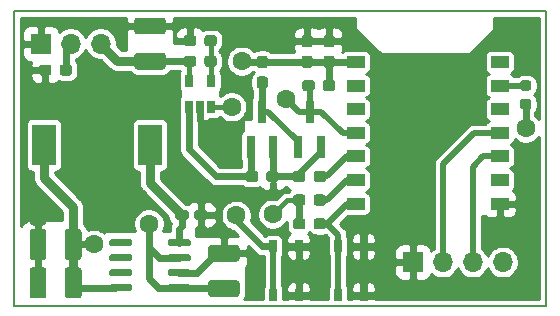
<source format=gbr>
%TF.GenerationSoftware,KiCad,Pcbnew,(5.1.6-0-10_14)*%
%TF.CreationDate,2021-08-08T16:08:56+02:00*%
%TF.ProjectId,doorbell,646f6f72-6265-46c6-9c2e-6b696361645f,rev?*%
%TF.SameCoordinates,PX791ddc0PY3ef1480*%
%TF.FileFunction,Copper,L1,Top*%
%TF.FilePolarity,Positive*%
%FSLAX46Y46*%
G04 Gerber Fmt 4.6, Leading zero omitted, Abs format (unit mm)*
G04 Created by KiCad (PCBNEW (5.1.6-0-10_14)) date 2021-08-08 16:08:56*
%MOMM*%
%LPD*%
G01*
G04 APERTURE LIST*
%TA.AperFunction,Profile*%
%ADD10C,0.150000*%
%TD*%
%TA.AperFunction,SMDPad,CuDef*%
%ADD11R,1.500000X1.000000*%
%TD*%
%TA.AperFunction,SMDPad,CuDef*%
%ADD12R,0.650000X1.050000*%
%TD*%
%TA.AperFunction,SMDPad,CuDef*%
%ADD13R,0.800000X1.900000*%
%TD*%
%TA.AperFunction,ComponentPad*%
%ADD14R,1.700000X1.700000*%
%TD*%
%TA.AperFunction,ComponentPad*%
%ADD15O,1.700000X1.700000*%
%TD*%
%TA.AperFunction,SMDPad,CuDef*%
%ADD16R,2.000001X3.500001*%
%TD*%
%TA.AperFunction,SMDPad,CuDef*%
%ADD17R,0.650000X1.060000*%
%TD*%
%TA.AperFunction,ViaPad*%
%ADD18C,1.600000*%
%TD*%
%TA.AperFunction,Conductor*%
%ADD19C,0.500000*%
%TD*%
%TA.AperFunction,Conductor*%
%ADD20C,0.400000*%
%TD*%
%TA.AperFunction,Conductor*%
%ADD21C,0.600000*%
%TD*%
%TA.AperFunction,Conductor*%
%ADD22C,0.800000*%
%TD*%
%TA.AperFunction,Conductor*%
%ADD23C,0.254000*%
%TD*%
G04 APERTURE END LIST*
D10*
X0Y0D02*
X0Y25000000D01*
X45000000Y0D02*
X0Y0D01*
X45000000Y25000000D02*
X45000000Y0D01*
X0Y25000000D02*
X45000000Y25000000D01*
%TO.P,R9,1*%
%TO.N,VCC*%
%TA.AperFunction,SMDPad,CuDef*%
G36*
G01*
X14350000Y20512500D02*
X14350000Y20987500D01*
G75*
G02*
X14587500Y21225000I237500J0D01*
G01*
X15162500Y21225000D01*
G75*
G02*
X15400000Y20987500I0J-237500D01*
G01*
X15400000Y20512500D01*
G75*
G02*
X15162500Y20275000I-237500J0D01*
G01*
X14587500Y20275000D01*
G75*
G02*
X14350000Y20512500I0J237500D01*
G01*
G37*
%TD.AperFunction*%
%TO.P,R9,2*%
%TO.N,/V-*%
%TA.AperFunction,SMDPad,CuDef*%
G36*
G01*
X16100000Y20512500D02*
X16100000Y20987500D01*
G75*
G02*
X16337500Y21225000I237500J0D01*
G01*
X16912500Y21225000D01*
G75*
G02*
X17150000Y20987500I0J-237500D01*
G01*
X17150000Y20512500D01*
G75*
G02*
X16912500Y20275000I-237500J0D01*
G01*
X16337500Y20275000D01*
G75*
G02*
X16100000Y20512500I0J237500D01*
G01*
G37*
%TD.AperFunction*%
%TD*%
%TO.P,R2,2*%
%TO.N,+3V3*%
%TA.AperFunction,SMDPad,CuDef*%
G36*
G01*
X43043750Y17562500D02*
X43556250Y17562500D01*
G75*
G02*
X43775000Y17343750I0J-218750D01*
G01*
X43775000Y16906250D01*
G75*
G02*
X43556250Y16687500I-218750J0D01*
G01*
X43043750Y16687500D01*
G75*
G02*
X42825000Y16906250I0J218750D01*
G01*
X42825000Y17343750D01*
G75*
G02*
X43043750Y17562500I218750J0D01*
G01*
G37*
%TD.AperFunction*%
%TO.P,R2,1*%
%TO.N,/CH_PD*%
%TA.AperFunction,SMDPad,CuDef*%
G36*
G01*
X43043750Y19137500D02*
X43556250Y19137500D01*
G75*
G02*
X43775000Y18918750I0J-218750D01*
G01*
X43775000Y18481250D01*
G75*
G02*
X43556250Y18262500I-218750J0D01*
G01*
X43043750Y18262500D01*
G75*
G02*
X42825000Y18481250I0J218750D01*
G01*
X42825000Y18918750D01*
G75*
G02*
X43043750Y19137500I218750J0D01*
G01*
G37*
%TD.AperFunction*%
%TD*%
D11*
%TO.P,U2,7*%
%TO.N,Net-(U2-Pad7)*%
X41100000Y20698060D03*
%TO.P,U2,6*%
%TO.N,/CH_PD*%
X41100000Y18699080D03*
%TO.P,U2,1*%
%TO.N,GND*%
X41100000Y8701640D03*
%TO.P,U2,14*%
%TO.N,/GPIO0*%
X28900000Y8701640D03*
%TO.P,U2,13*%
%TO.N,/GPIO2*%
X28900000Y10700620D03*
%TO.P,U2,10*%
%TO.N,Net-(U2-Pad10)*%
X28900000Y16697560D03*
%TO.P,U2,11*%
%TO.N,/Signal*%
X28900000Y14701120D03*
%TO.P,U2,9*%
%TO.N,Net-(U2-Pad9)*%
X28900000Y18699080D03*
%TO.P,U2,12*%
%TO.N,/GPIO15*%
X28900000Y12702140D03*
%TO.P,U2,5*%
%TO.N,Net-(U2-Pad5)*%
X41100000Y16697560D03*
%TO.P,U2,2*%
%TO.N,Net-(U2-Pad2)*%
X41100000Y10700620D03*
%TO.P,U2,4*%
%TO.N,/Rx*%
X41100000Y14701120D03*
%TO.P,U2,3*%
%TO.N,/Tx*%
X41100000Y12702140D03*
%TO.P,U2,8*%
%TO.N,+3V3*%
X28900000Y20698060D03*
%TD*%
D12*
%TO.P,SW1,1*%
%TO.N,/GPIO0*%
X27425000Y925000D03*
X27425000Y5075000D03*
%TO.P,SW1,2*%
%TO.N,GND*%
X29575000Y925000D03*
X29575000Y5075000D03*
%TD*%
%TO.P,C4,1*%
%TO.N,+3V3*%
%TA.AperFunction,SMDPad,CuDef*%
G36*
G01*
X25037500Y20175000D02*
X24562500Y20175000D01*
G75*
G02*
X24325000Y20412500I0J237500D01*
G01*
X24325000Y20987500D01*
G75*
G02*
X24562500Y21225000I237500J0D01*
G01*
X25037500Y21225000D01*
G75*
G02*
X25275000Y20987500I0J-237500D01*
G01*
X25275000Y20412500D01*
G75*
G02*
X25037500Y20175000I-237500J0D01*
G01*
G37*
%TD.AperFunction*%
%TO.P,C4,2*%
%TO.N,GND*%
%TA.AperFunction,SMDPad,CuDef*%
G36*
G01*
X25037500Y21925000D02*
X24562500Y21925000D01*
G75*
G02*
X24325000Y22162500I0J237500D01*
G01*
X24325000Y22737500D01*
G75*
G02*
X24562500Y22975000I237500J0D01*
G01*
X25037500Y22975000D01*
G75*
G02*
X25275000Y22737500I0J-237500D01*
G01*
X25275000Y22162500D01*
G75*
G02*
X25037500Y21925000I-237500J0D01*
G01*
G37*
%TD.AperFunction*%
%TD*%
D13*
%TO.P,Q1,1*%
%TO.N,Net-(Q1-Pad1)*%
X24050000Y13500000D03*
%TO.P,Q1,2*%
%TO.N,GND*%
X25950000Y13500000D03*
%TO.P,Q1,3*%
%TO.N,/Signal*%
X25000000Y16500000D03*
%TD*%
%TO.P,Q2,3*%
%TO.N,Net-(Q1-Pad1)*%
X21000000Y16500000D03*
%TO.P,Q2,2*%
%TO.N,GND*%
X21950000Y13500000D03*
%TO.P,Q2,1*%
%TO.N,Net-(Q2-Pad1)*%
X20050000Y13500000D03*
%TD*%
%TO.P,R3,1*%
%TO.N,+3V3*%
%TA.AperFunction,SMDPad,CuDef*%
G36*
G01*
X23600000Y6762500D02*
X23600000Y7237500D01*
G75*
G02*
X23837500Y7475000I237500J0D01*
G01*
X24412500Y7475000D01*
G75*
G02*
X24650000Y7237500I0J-237500D01*
G01*
X24650000Y6762500D01*
G75*
G02*
X24412500Y6525000I-237500J0D01*
G01*
X23837500Y6525000D01*
G75*
G02*
X23600000Y6762500I0J237500D01*
G01*
G37*
%TD.AperFunction*%
%TO.P,R3,2*%
%TO.N,/GPIO0*%
%TA.AperFunction,SMDPad,CuDef*%
G36*
G01*
X25350000Y6762500D02*
X25350000Y7237500D01*
G75*
G02*
X25587500Y7475000I237500J0D01*
G01*
X26162500Y7475000D01*
G75*
G02*
X26400000Y7237500I0J-237500D01*
G01*
X26400000Y6762500D01*
G75*
G02*
X26162500Y6525000I-237500J0D01*
G01*
X25587500Y6525000D01*
G75*
G02*
X25350000Y6762500I0J237500D01*
G01*
G37*
%TD.AperFunction*%
%TD*%
%TO.P,R4,2*%
%TO.N,/GPIO2*%
%TA.AperFunction,SMDPad,CuDef*%
G36*
G01*
X25350000Y8762500D02*
X25350000Y9237500D01*
G75*
G02*
X25587500Y9475000I237500J0D01*
G01*
X26162500Y9475000D01*
G75*
G02*
X26400000Y9237500I0J-237500D01*
G01*
X26400000Y8762500D01*
G75*
G02*
X26162500Y8525000I-237500J0D01*
G01*
X25587500Y8525000D01*
G75*
G02*
X25350000Y8762500I0J237500D01*
G01*
G37*
%TD.AperFunction*%
%TO.P,R4,1*%
%TO.N,+3V3*%
%TA.AperFunction,SMDPad,CuDef*%
G36*
G01*
X23600000Y8762500D02*
X23600000Y9237500D01*
G75*
G02*
X23837500Y9475000I237500J0D01*
G01*
X24412500Y9475000D01*
G75*
G02*
X24650000Y9237500I0J-237500D01*
G01*
X24650000Y8762500D01*
G75*
G02*
X24412500Y8525000I-237500J0D01*
G01*
X23837500Y8525000D01*
G75*
G02*
X23600000Y8762500I0J237500D01*
G01*
G37*
%TD.AperFunction*%
%TD*%
%TO.P,R5,2*%
%TO.N,GND*%
%TA.AperFunction,SMDPad,CuDef*%
G36*
G01*
X24650000Y11237500D02*
X24650000Y10762500D01*
G75*
G02*
X24412500Y10525000I-237500J0D01*
G01*
X23837500Y10525000D01*
G75*
G02*
X23600000Y10762500I0J237500D01*
G01*
X23600000Y11237500D01*
G75*
G02*
X23837500Y11475000I237500J0D01*
G01*
X24412500Y11475000D01*
G75*
G02*
X24650000Y11237500I0J-237500D01*
G01*
G37*
%TD.AperFunction*%
%TO.P,R5,1*%
%TO.N,/GPIO15*%
%TA.AperFunction,SMDPad,CuDef*%
G36*
G01*
X26400000Y11237500D02*
X26400000Y10762500D01*
G75*
G02*
X26162500Y10525000I-237500J0D01*
G01*
X25587500Y10525000D01*
G75*
G02*
X25350000Y10762500I0J237500D01*
G01*
X25350000Y11237500D01*
G75*
G02*
X25587500Y11475000I237500J0D01*
G01*
X26162500Y11475000D01*
G75*
G02*
X26400000Y11237500I0J-237500D01*
G01*
G37*
%TD.AperFunction*%
%TD*%
%TO.P,R6,1*%
%TO.N,+3V3*%
%TA.AperFunction,SMDPad,CuDef*%
G36*
G01*
X27187500Y18937500D02*
X27187500Y18462500D01*
G75*
G02*
X26950000Y18225000I-237500J0D01*
G01*
X26375000Y18225000D01*
G75*
G02*
X26137500Y18462500I0J237500D01*
G01*
X26137500Y18937500D01*
G75*
G02*
X26375000Y19175000I237500J0D01*
G01*
X26950000Y19175000D01*
G75*
G02*
X27187500Y18937500I0J-237500D01*
G01*
G37*
%TD.AperFunction*%
%TO.P,R6,2*%
%TO.N,/Signal*%
%TA.AperFunction,SMDPad,CuDef*%
G36*
G01*
X25437500Y18937500D02*
X25437500Y18462500D01*
G75*
G02*
X25200000Y18225000I-237500J0D01*
G01*
X24625000Y18225000D01*
G75*
G02*
X24387500Y18462500I0J237500D01*
G01*
X24387500Y18937500D01*
G75*
G02*
X24625000Y19175000I237500J0D01*
G01*
X25200000Y19175000D01*
G75*
G02*
X25437500Y18937500I0J-237500D01*
G01*
G37*
%TD.AperFunction*%
%TD*%
%TO.P,R7,1*%
%TO.N,+3V3*%
%TA.AperFunction,SMDPad,CuDef*%
G36*
G01*
X20762500Y21225000D02*
X21237500Y21225000D01*
G75*
G02*
X21475000Y20987500I0J-237500D01*
G01*
X21475000Y20412500D01*
G75*
G02*
X21237500Y20175000I-237500J0D01*
G01*
X20762500Y20175000D01*
G75*
G02*
X20525000Y20412500I0J237500D01*
G01*
X20525000Y20987500D01*
G75*
G02*
X20762500Y21225000I237500J0D01*
G01*
G37*
%TD.AperFunction*%
%TO.P,R7,2*%
%TO.N,Net-(Q1-Pad1)*%
%TA.AperFunction,SMDPad,CuDef*%
G36*
G01*
X20762500Y19475000D02*
X21237500Y19475000D01*
G75*
G02*
X21475000Y19237500I0J-237500D01*
G01*
X21475000Y18662500D01*
G75*
G02*
X21237500Y18425000I-237500J0D01*
G01*
X20762500Y18425000D01*
G75*
G02*
X20525000Y18662500I0J237500D01*
G01*
X20525000Y19237500D01*
G75*
G02*
X20762500Y19475000I237500J0D01*
G01*
G37*
%TD.AperFunction*%
%TD*%
%TO.P,R8,2*%
%TO.N,GND*%
%TA.AperFunction,SMDPad,CuDef*%
G36*
G01*
X21350000Y10762500D02*
X21350000Y11237500D01*
G75*
G02*
X21587500Y11475000I237500J0D01*
G01*
X22162500Y11475000D01*
G75*
G02*
X22400000Y11237500I0J-237500D01*
G01*
X22400000Y10762500D01*
G75*
G02*
X22162500Y10525000I-237500J0D01*
G01*
X21587500Y10525000D01*
G75*
G02*
X21350000Y10762500I0J237500D01*
G01*
G37*
%TD.AperFunction*%
%TO.P,R8,1*%
%TO.N,Net-(Q2-Pad1)*%
%TA.AperFunction,SMDPad,CuDef*%
G36*
G01*
X19600000Y10762500D02*
X19600000Y11237500D01*
G75*
G02*
X19837500Y11475000I237500J0D01*
G01*
X20412500Y11475000D01*
G75*
G02*
X20650000Y11237500I0J-237500D01*
G01*
X20650000Y10762500D01*
G75*
G02*
X20412500Y10525000I-237500J0D01*
G01*
X19837500Y10525000D01*
G75*
G02*
X19600000Y10762500I0J237500D01*
G01*
G37*
%TD.AperFunction*%
%TD*%
%TO.P,R10,2*%
%TO.N,GND*%
%TA.AperFunction,SMDPad,CuDef*%
G36*
G01*
X15400000Y22737500D02*
X15400000Y22262500D01*
G75*
G02*
X15162500Y22025000I-237500J0D01*
G01*
X14587500Y22025000D01*
G75*
G02*
X14350000Y22262500I0J237500D01*
G01*
X14350000Y22737500D01*
G75*
G02*
X14587500Y22975000I237500J0D01*
G01*
X15162500Y22975000D01*
G75*
G02*
X15400000Y22737500I0J-237500D01*
G01*
G37*
%TD.AperFunction*%
%TO.P,R10,1*%
%TO.N,/V-*%
%TA.AperFunction,SMDPad,CuDef*%
G36*
G01*
X17150000Y22737500D02*
X17150000Y22262500D01*
G75*
G02*
X16912500Y22025000I-237500J0D01*
G01*
X16337500Y22025000D01*
G75*
G02*
X16100000Y22262500I0J237500D01*
G01*
X16100000Y22737500D01*
G75*
G02*
X16337500Y22975000I237500J0D01*
G01*
X16912500Y22975000D01*
G75*
G02*
X17150000Y22737500I0J-237500D01*
G01*
G37*
%TD.AperFunction*%
%TD*%
%TO.P,C3,1*%
%TO.N,+3V3*%
%TA.AperFunction,SMDPad,CuDef*%
G36*
G01*
X26897500Y20175000D02*
X26422500Y20175000D01*
G75*
G02*
X26185000Y20412500I0J237500D01*
G01*
X26185000Y20987500D01*
G75*
G02*
X26422500Y21225000I237500J0D01*
G01*
X26897500Y21225000D01*
G75*
G02*
X27135000Y20987500I0J-237500D01*
G01*
X27135000Y20412500D01*
G75*
G02*
X26897500Y20175000I-237500J0D01*
G01*
G37*
%TD.AperFunction*%
%TO.P,C3,2*%
%TO.N,GND*%
%TA.AperFunction,SMDPad,CuDef*%
G36*
G01*
X26897500Y21925000D02*
X26422500Y21925000D01*
G75*
G02*
X26185000Y22162500I0J237500D01*
G01*
X26185000Y22737500D01*
G75*
G02*
X26422500Y22975000I237500J0D01*
G01*
X26897500Y22975000D01*
G75*
G02*
X27135000Y22737500I0J-237500D01*
G01*
X27135000Y22162500D01*
G75*
G02*
X26897500Y21925000I-237500J0D01*
G01*
G37*
%TD.AperFunction*%
%TD*%
D14*
%TO.P,J1,1*%
%TO.N,GND*%
X2250000Y22250000D03*
D15*
%TO.P,J1,2*%
%TO.N,/V+*%
X4790000Y22250000D03*
%TO.P,J1,3*%
%TO.N,VCC*%
X7330000Y22250000D03*
%TD*%
D14*
%TO.P,J2,1*%
%TO.N,GND*%
X33750000Y3750000D03*
D15*
%TO.P,J2,2*%
%TO.N,/Rx*%
X36290000Y3750000D03*
%TO.P,J2,3*%
%TO.N,/Tx*%
X38830000Y3750000D03*
%TO.P,J2,4*%
%TO.N,+3V3*%
X41370000Y3750000D03*
%TD*%
%TO.P,C1,1*%
%TO.N,VCC*%
%TA.AperFunction,SMDPad,CuDef*%
G36*
G01*
X18825000Y800000D02*
X16675000Y800000D01*
G75*
G02*
X16425000Y1050000I0J250000D01*
G01*
X16425000Y1975000D01*
G75*
G02*
X16675000Y2225000I250000J0D01*
G01*
X18825000Y2225000D01*
G75*
G02*
X19075000Y1975000I0J-250000D01*
G01*
X19075000Y1050000D01*
G75*
G02*
X18825000Y800000I-250000J0D01*
G01*
G37*
%TD.AperFunction*%
%TO.P,C1,2*%
%TO.N,GND*%
%TA.AperFunction,SMDPad,CuDef*%
G36*
G01*
X18825000Y3775000D02*
X16675000Y3775000D01*
G75*
G02*
X16425000Y4025000I0J250000D01*
G01*
X16425000Y4950000D01*
G75*
G02*
X16675000Y5200000I250000J0D01*
G01*
X18825000Y5200000D01*
G75*
G02*
X19075000Y4950000I0J-250000D01*
G01*
X19075000Y4025000D01*
G75*
G02*
X18825000Y3775000I-250000J0D01*
G01*
G37*
%TD.AperFunction*%
%TD*%
%TO.P,C2,1*%
%TO.N,VCC*%
%TA.AperFunction,SMDPad,CuDef*%
G36*
G01*
X12575000Y20050000D02*
X10425000Y20050000D01*
G75*
G02*
X10175000Y20300000I0J250000D01*
G01*
X10175000Y21225000D01*
G75*
G02*
X10425000Y21475000I250000J0D01*
G01*
X12575000Y21475000D01*
G75*
G02*
X12825000Y21225000I0J-250000D01*
G01*
X12825000Y20300000D01*
G75*
G02*
X12575000Y20050000I-250000J0D01*
G01*
G37*
%TD.AperFunction*%
%TO.P,C2,2*%
%TO.N,GND*%
%TA.AperFunction,SMDPad,CuDef*%
G36*
G01*
X12575000Y23025000D02*
X10425000Y23025000D01*
G75*
G02*
X10175000Y23275000I0J250000D01*
G01*
X10175000Y24200000D01*
G75*
G02*
X10425000Y24450000I250000J0D01*
G01*
X12575000Y24450000D01*
G75*
G02*
X12825000Y24200000I0J-250000D01*
G01*
X12825000Y23275000D01*
G75*
G02*
X12575000Y23025000I-250000J0D01*
G01*
G37*
%TD.AperFunction*%
%TD*%
%TO.P,C5,1*%
%TO.N,/V+*%
%TA.AperFunction,SMDPad,CuDef*%
G36*
G01*
X4900000Y20237500D02*
X4900000Y19762500D01*
G75*
G02*
X4662500Y19525000I-237500J0D01*
G01*
X4087500Y19525000D01*
G75*
G02*
X3850000Y19762500I0J237500D01*
G01*
X3850000Y20237500D01*
G75*
G02*
X4087500Y20475000I237500J0D01*
G01*
X4662500Y20475000D01*
G75*
G02*
X4900000Y20237500I0J-237500D01*
G01*
G37*
%TD.AperFunction*%
%TO.P,C5,2*%
%TO.N,GND*%
%TA.AperFunction,SMDPad,CuDef*%
G36*
G01*
X3150000Y20237500D02*
X3150000Y19762500D01*
G75*
G02*
X2912500Y19525000I-237500J0D01*
G01*
X2337500Y19525000D01*
G75*
G02*
X2100000Y19762500I0J237500D01*
G01*
X2100000Y20237500D01*
G75*
G02*
X2337500Y20475000I237500J0D01*
G01*
X2912500Y20475000D01*
G75*
G02*
X3150000Y20237500I0J-237500D01*
G01*
G37*
%TD.AperFunction*%
%TD*%
%TO.P,C6,2*%
%TO.N,GND*%
%TA.AperFunction,SMDPad,CuDef*%
G36*
G01*
X2725000Y3075000D02*
X2725000Y925000D01*
G75*
G02*
X2475000Y675000I-250000J0D01*
G01*
X1550000Y675000D01*
G75*
G02*
X1300000Y925000I0J250000D01*
G01*
X1300000Y3075000D01*
G75*
G02*
X1550000Y3325000I250000J0D01*
G01*
X2475000Y3325000D01*
G75*
G02*
X2725000Y3075000I0J-250000D01*
G01*
G37*
%TD.AperFunction*%
%TO.P,C6,1*%
%TO.N,+3V3*%
%TA.AperFunction,SMDPad,CuDef*%
G36*
G01*
X5700000Y3075000D02*
X5700000Y925000D01*
G75*
G02*
X5450000Y675000I-250000J0D01*
G01*
X4525000Y675000D01*
G75*
G02*
X4275000Y925000I0J250000D01*
G01*
X4275000Y3075000D01*
G75*
G02*
X4525000Y3325000I250000J0D01*
G01*
X5450000Y3325000D01*
G75*
G02*
X5700000Y3075000I0J-250000D01*
G01*
G37*
%TD.AperFunction*%
%TD*%
%TO.P,C7,2*%
%TO.N,GND*%
%TA.AperFunction,SMDPad,CuDef*%
G36*
G01*
X2725000Y6325000D02*
X2725000Y4175000D01*
G75*
G02*
X2475000Y3925000I-250000J0D01*
G01*
X1550000Y3925000D01*
G75*
G02*
X1300000Y4175000I0J250000D01*
G01*
X1300000Y6325000D01*
G75*
G02*
X1550000Y6575000I250000J0D01*
G01*
X2475000Y6575000D01*
G75*
G02*
X2725000Y6325000I0J-250000D01*
G01*
G37*
%TD.AperFunction*%
%TO.P,C7,1*%
%TO.N,+3V3*%
%TA.AperFunction,SMDPad,CuDef*%
G36*
G01*
X5700000Y6325000D02*
X5700000Y4175000D01*
G75*
G02*
X5450000Y3925000I-250000J0D01*
G01*
X4525000Y3925000D01*
G75*
G02*
X4275000Y4175000I0J250000D01*
G01*
X4275000Y6325000D01*
G75*
G02*
X4525000Y6575000I250000J0D01*
G01*
X5450000Y6575000D01*
G75*
G02*
X5700000Y6325000I0J-250000D01*
G01*
G37*
%TD.AperFunction*%
%TD*%
%TO.P,D1,1*%
%TO.N,Net-(D1-Pad1)*%
%TA.AperFunction,SMDPad,CuDef*%
G36*
G01*
X13575000Y7537500D02*
X13575000Y7962500D01*
G75*
G02*
X13787500Y8175000I212500J0D01*
G01*
X14587500Y8175000D01*
G75*
G02*
X14800000Y7962500I0J-212500D01*
G01*
X14800000Y7537500D01*
G75*
G02*
X14587500Y7325000I-212500J0D01*
G01*
X13787500Y7325000D01*
G75*
G02*
X13575000Y7537500I0J212500D01*
G01*
G37*
%TD.AperFunction*%
%TO.P,D1,2*%
%TO.N,GND*%
%TA.AperFunction,SMDPad,CuDef*%
G36*
G01*
X15200000Y7537500D02*
X15200000Y7962500D01*
G75*
G02*
X15412500Y8175000I212500J0D01*
G01*
X16212500Y8175000D01*
G75*
G02*
X16425000Y7962500I0J-212500D01*
G01*
X16425000Y7537500D01*
G75*
G02*
X16212500Y7325000I-212500J0D01*
G01*
X15412500Y7325000D01*
G75*
G02*
X15200000Y7537500I0J212500D01*
G01*
G37*
%TD.AperFunction*%
%TD*%
D16*
%TO.P,L1,2*%
%TO.N,+3V3*%
X2500001Y13674999D03*
%TO.P,L1,1*%
%TO.N,Net-(D1-Pad1)*%
X11500001Y13674999D03*
%TD*%
D12*
%TO.P,SW2,1*%
%TO.N,/Signal*%
X21925000Y925000D03*
X21925000Y5075000D03*
%TO.P,SW2,2*%
%TO.N,GND*%
X24075000Y925000D03*
X24075000Y5075000D03*
%TD*%
%TO.P,U1,1*%
%TO.N,Net-(U1-Pad1)*%
%TA.AperFunction,SMDPad,CuDef*%
G36*
G01*
X8050000Y5255000D02*
X8050000Y5555000D01*
G75*
G02*
X8200000Y5705000I150000J0D01*
G01*
X9850000Y5705000D01*
G75*
G02*
X10000000Y5555000I0J-150000D01*
G01*
X10000000Y5255000D01*
G75*
G02*
X9850000Y5105000I-150000J0D01*
G01*
X8200000Y5105000D01*
G75*
G02*
X8050000Y5255000I0J150000D01*
G01*
G37*
%TD.AperFunction*%
%TO.P,U1,2*%
%TO.N,Net-(U1-Pad2)*%
%TA.AperFunction,SMDPad,CuDef*%
G36*
G01*
X8050000Y3985000D02*
X8050000Y4285000D01*
G75*
G02*
X8200000Y4435000I150000J0D01*
G01*
X9850000Y4435000D01*
G75*
G02*
X10000000Y4285000I0J-150000D01*
G01*
X10000000Y3985000D01*
G75*
G02*
X9850000Y3835000I-150000J0D01*
G01*
X8200000Y3835000D01*
G75*
G02*
X8050000Y3985000I0J150000D01*
G01*
G37*
%TD.AperFunction*%
%TO.P,U1,3*%
%TO.N,Net-(U1-Pad3)*%
%TA.AperFunction,SMDPad,CuDef*%
G36*
G01*
X8050000Y2715000D02*
X8050000Y3015000D01*
G75*
G02*
X8200000Y3165000I150000J0D01*
G01*
X9850000Y3165000D01*
G75*
G02*
X10000000Y3015000I0J-150000D01*
G01*
X10000000Y2715000D01*
G75*
G02*
X9850000Y2565000I-150000J0D01*
G01*
X8200000Y2565000D01*
G75*
G02*
X8050000Y2715000I0J150000D01*
G01*
G37*
%TD.AperFunction*%
%TO.P,U1,4*%
%TO.N,+3V3*%
%TA.AperFunction,SMDPad,CuDef*%
G36*
G01*
X8050000Y1445000D02*
X8050000Y1745000D01*
G75*
G02*
X8200000Y1895000I150000J0D01*
G01*
X9850000Y1895000D01*
G75*
G02*
X10000000Y1745000I0J-150000D01*
G01*
X10000000Y1445000D01*
G75*
G02*
X9850000Y1295000I-150000J0D01*
G01*
X8200000Y1295000D01*
G75*
G02*
X8050000Y1445000I0J150000D01*
G01*
G37*
%TD.AperFunction*%
%TO.P,U1,5*%
%TO.N,VCC*%
%TA.AperFunction,SMDPad,CuDef*%
G36*
G01*
X13000000Y1445000D02*
X13000000Y1745000D01*
G75*
G02*
X13150000Y1895000I150000J0D01*
G01*
X14800000Y1895000D01*
G75*
G02*
X14950000Y1745000I0J-150000D01*
G01*
X14950000Y1445000D01*
G75*
G02*
X14800000Y1295000I-150000J0D01*
G01*
X13150000Y1295000D01*
G75*
G02*
X13000000Y1445000I0J150000D01*
G01*
G37*
%TD.AperFunction*%
%TO.P,U1,6*%
%TO.N,GND*%
%TA.AperFunction,SMDPad,CuDef*%
G36*
G01*
X13000000Y2715000D02*
X13000000Y3015000D01*
G75*
G02*
X13150000Y3165000I150000J0D01*
G01*
X14800000Y3165000D01*
G75*
G02*
X14950000Y3015000I0J-150000D01*
G01*
X14950000Y2715000D01*
G75*
G02*
X14800000Y2565000I-150000J0D01*
G01*
X13150000Y2565000D01*
G75*
G02*
X13000000Y2715000I0J150000D01*
G01*
G37*
%TD.AperFunction*%
%TO.P,U1,7*%
%TO.N,VCC*%
%TA.AperFunction,SMDPad,CuDef*%
G36*
G01*
X13000000Y3985000D02*
X13000000Y4285000D01*
G75*
G02*
X13150000Y4435000I150000J0D01*
G01*
X14800000Y4435000D01*
G75*
G02*
X14950000Y4285000I0J-150000D01*
G01*
X14950000Y3985000D01*
G75*
G02*
X14800000Y3835000I-150000J0D01*
G01*
X13150000Y3835000D01*
G75*
G02*
X13000000Y3985000I0J150000D01*
G01*
G37*
%TD.AperFunction*%
%TO.P,U1,8*%
%TO.N,Net-(D1-Pad1)*%
%TA.AperFunction,SMDPad,CuDef*%
G36*
G01*
X13000000Y5255000D02*
X13000000Y5555000D01*
G75*
G02*
X13150000Y5705000I150000J0D01*
G01*
X14800000Y5705000D01*
G75*
G02*
X14950000Y5555000I0J-150000D01*
G01*
X14950000Y5255000D01*
G75*
G02*
X14800000Y5105000I-150000J0D01*
G01*
X13150000Y5105000D01*
G75*
G02*
X13000000Y5255000I0J150000D01*
G01*
G37*
%TD.AperFunction*%
%TD*%
D17*
%TO.P,U3,1*%
%TO.N,Net-(Q2-Pad1)*%
X14800000Y16900000D03*
%TO.P,U3,2*%
%TO.N,GND*%
X15750000Y16900000D03*
%TO.P,U3,3*%
%TO.N,/V+*%
X16700000Y16900000D03*
%TO.P,U3,4*%
%TO.N,/V-*%
X16700000Y19100000D03*
%TO.P,U3,5*%
%TO.N,VCC*%
X14800000Y19100000D03*
%TD*%
D18*
%TO.N,GND*%
X15900000Y9400000D03*
X23000000Y22500000D03*
X17600000Y13900000D03*
X2000000Y7500000D03*
%TO.N,VCC*%
X11400000Y7000000D03*
%TO.N,+3V3*%
X6750000Y5250000D03*
X21900000Y7800000D03*
X43300000Y15100000D03*
X19250014Y20750000D03*
%TO.N,/V+*%
X18400000Y16900000D03*
%TO.N,/Signal*%
X23000000Y17600000D03*
X18800000Y7700000D03*
%TD*%
D19*
%TO.N,GND*%
X24125000Y11225000D02*
X24125000Y11000000D01*
X25950000Y13500000D02*
X25950000Y13050000D01*
X25950000Y13050000D02*
X24125000Y11225000D01*
D20*
X26662500Y22337494D02*
X26499994Y22500000D01*
D21*
X24125000Y11000000D02*
X21875000Y11000000D01*
D20*
X21950000Y11075000D02*
X21875000Y11000000D01*
D21*
X21950000Y13500000D02*
X21950000Y11075000D01*
D20*
X15812500Y9312500D02*
X15812500Y7750000D01*
X15900000Y9400000D02*
X15812500Y9312500D01*
X21500000Y9400000D02*
X15900000Y9400000D01*
X21875000Y9775000D02*
X21500000Y9400000D01*
X21875000Y11000000D02*
X21875000Y9775000D01*
D21*
X26660000Y22450000D02*
X24800000Y22450000D01*
D20*
X23050000Y22450000D02*
X23000000Y22500000D01*
D21*
X24800000Y22450000D02*
X23050000Y22450000D01*
X15750000Y16900000D02*
X15750000Y15750000D01*
X15750000Y15750000D02*
X17600000Y13900000D01*
X2012500Y5250000D02*
X2012500Y2000000D01*
D20*
X2012500Y7487500D02*
X2000000Y7500000D01*
X2012500Y5250000D02*
X2012500Y7487500D01*
D21*
X17087500Y4487500D02*
X17750000Y4487500D01*
X15465000Y2865000D02*
X17087500Y4487500D01*
X13975000Y2865000D02*
X15465000Y2865000D01*
D20*
%TO.N,VCC*%
X14800000Y20675000D02*
X14875000Y20750000D01*
X14800000Y19100000D02*
X14800000Y20675000D01*
X11512500Y20750000D02*
X11500000Y20762500D01*
D21*
X14875000Y20750000D02*
X11512500Y20750000D01*
D20*
X17667500Y1595000D02*
X17750000Y1512500D01*
D21*
X13975000Y1595000D02*
X17667500Y1595000D01*
X12205000Y1595000D02*
X13975000Y1595000D01*
X11400000Y7000000D02*
X11400000Y3400000D01*
X11400000Y3400000D02*
X11400000Y2400000D01*
X11400000Y2400000D02*
X12205000Y1595000D01*
X11400000Y5000000D02*
X11400000Y4400000D01*
X12265000Y4135000D02*
X11400000Y5000000D01*
X13975000Y4135000D02*
X12265000Y4135000D01*
D22*
X8737500Y20762500D02*
X7330000Y22170000D01*
X11500000Y20762500D02*
X8737500Y20762500D01*
D21*
%TO.N,+3V3*%
X24125000Y9000000D02*
X24125000Y7000000D01*
D20*
X28898060Y20700000D02*
X28900000Y20698060D01*
D21*
X24801940Y20698060D02*
X24800000Y20700000D01*
X28900000Y20698060D02*
X24801940Y20698060D01*
X26660000Y18702500D02*
X26662500Y18700000D01*
X26660000Y20700000D02*
X26660000Y18702500D01*
D22*
X4987500Y5250000D02*
X4987500Y2000000D01*
D21*
X5392500Y1595000D02*
X8525000Y1595000D01*
D20*
X4987500Y2000000D02*
X5392500Y1595000D01*
D21*
X4987500Y5250000D02*
X6750000Y5250000D01*
D22*
X4987500Y8412500D02*
X4987500Y5250000D01*
X2500001Y13674999D02*
X2500001Y10899999D01*
X2500001Y10899999D02*
X4987500Y8412500D01*
D21*
X24800000Y20700000D02*
X21000000Y20700000D01*
D20*
X23100000Y9000000D02*
X21900000Y7800000D01*
X24125000Y9000000D02*
X23100000Y9000000D01*
D21*
X43300000Y17125000D02*
X43300000Y15100000D01*
X19300014Y20700000D02*
X19250014Y20750000D01*
X21000000Y20700000D02*
X19300014Y20700000D01*
D19*
%TO.N,Net-(Q1-Pad1)*%
X24050000Y13975000D02*
X24050000Y13500000D01*
X21525000Y16500000D02*
X24050000Y13975000D01*
X21000000Y16500000D02*
X21525000Y16500000D01*
D21*
X21000000Y18950000D02*
X21000000Y16500000D01*
D19*
%TO.N,/Signal*%
X27798880Y14701120D02*
X28900000Y14701120D01*
X26000000Y16500000D02*
X27798880Y14701120D01*
X25000000Y16500000D02*
X26000000Y16500000D01*
D20*
X24912500Y16587500D02*
X25000000Y16500000D01*
D21*
%TO.N,Net-(Q2-Pad1)*%
X20050000Y11075000D02*
X20125000Y11000000D01*
X20050000Y13500000D02*
X20050000Y11075000D01*
X17100000Y11000000D02*
X14800000Y13300000D01*
X20125000Y11000000D02*
X17100000Y11000000D01*
X14800000Y13300000D02*
X14800000Y16900000D01*
D19*
%TO.N,/Rx*%
X36290000Y6210000D02*
X36290000Y3750000D01*
X36290000Y12040000D02*
X36290000Y6210000D01*
X38951120Y14701120D02*
X36290000Y12040000D01*
X41100000Y14701120D02*
X38951120Y14701120D01*
%TO.N,/Tx*%
X39702140Y12702140D02*
X41100000Y12702140D01*
X38830000Y11830000D02*
X39702140Y12702140D01*
X38830000Y3750000D02*
X38830000Y11830000D01*
D20*
%TO.N,/CH_PD*%
X43299080Y18699080D02*
X43300000Y18700000D01*
D19*
X41100000Y18699080D02*
X43299080Y18699080D01*
%TO.N,/GPIO2*%
X26500000Y9000000D02*
X28200620Y10700620D01*
X25875000Y9000000D02*
X26500000Y9000000D01*
X28200620Y10700620D02*
X28900000Y10700620D01*
%TO.N,/GPIO15*%
X26500000Y11000000D02*
X28202140Y12702140D01*
X25875000Y11000000D02*
X26500000Y11000000D01*
X28202140Y12702140D02*
X28900000Y12702140D01*
D20*
%TO.N,/V+*%
X16700000Y16900000D02*
X18400000Y16900000D01*
D21*
X4375000Y21835000D02*
X4375000Y20000000D01*
X4790000Y22250000D02*
X4375000Y21835000D01*
D19*
%TO.N,/GPIO0*%
X28201640Y8701640D02*
X28900000Y8701640D01*
X26500000Y7000000D02*
X28201640Y8701640D01*
X25875000Y7000000D02*
X26500000Y7000000D01*
X27425000Y6075000D02*
X26500000Y7000000D01*
X27425000Y5075000D02*
X27425000Y6075000D01*
X27425000Y925000D02*
X27425000Y5075000D01*
D22*
%TO.N,Net-(D1-Pad1)*%
X11500001Y10437499D02*
X14187500Y7750000D01*
X11500001Y13674999D02*
X11500001Y10437499D01*
D21*
X13975000Y6575000D02*
X13975000Y5405000D01*
X14187500Y6787500D02*
X13975000Y6575000D01*
X14187500Y7750000D02*
X14187500Y6787500D01*
D19*
%TO.N,/Signal*%
X25000000Y16500000D02*
X24100000Y16500000D01*
X24100000Y16500000D02*
X23000000Y17600000D01*
D21*
X18800000Y7275000D02*
X18800000Y7700000D01*
X21000000Y5075000D02*
X18800000Y7275000D01*
X21925000Y5075000D02*
X21000000Y5075000D01*
D19*
X25000000Y16675000D02*
X24912500Y16587500D01*
X25000000Y18612500D02*
X25000000Y16675000D01*
X24912500Y18700000D02*
X25000000Y18612500D01*
X21925000Y925000D02*
X21925000Y5075000D01*
D20*
%TO.N,/V-*%
X16700000Y20675000D02*
X16700000Y19100000D01*
X16625000Y20750000D02*
X16700000Y20675000D01*
X16625000Y22500000D02*
X16625000Y20750000D01*
%TD*%
D23*
%TO.N,GND*%
G36*
X9448000Y24092250D02*
G01*
X9629750Y23910500D01*
X11327000Y23910500D01*
X11327000Y23930500D01*
X11673000Y23930500D01*
X11673000Y23910500D01*
X13370250Y23910500D01*
X13552000Y24092250D01*
X13555007Y24398000D01*
X28873000Y24398000D01*
X28873000Y23500000D01*
X28876081Y23472194D01*
X28883887Y23448553D01*
X28896155Y23426889D01*
X28912414Y23408034D01*
X31012414Y21408034D01*
X31029443Y21394403D01*
X31051399Y21382667D01*
X31075224Y21375440D01*
X31100000Y21373000D01*
X38500000Y21373000D01*
X38524776Y21375440D01*
X38548601Y21382667D01*
X38570557Y21394403D01*
X38589803Y21410197D01*
X40589803Y23410197D01*
X40605597Y23429443D01*
X40617333Y23451399D01*
X40624560Y23475224D01*
X40627000Y23500000D01*
X40627000Y24398000D01*
X44398000Y24398000D01*
X44398000Y15845263D01*
X44330748Y15945913D01*
X44145913Y16130748D01*
X44127000Y16143385D01*
X44127000Y16427840D01*
X44178438Y16490517D01*
X44247588Y16619888D01*
X44290171Y16760264D01*
X44304549Y16906250D01*
X44304549Y17343750D01*
X44290171Y17489736D01*
X44247588Y17630112D01*
X44178438Y17759483D01*
X44085377Y17872877D01*
X44037097Y17912500D01*
X44085377Y17952123D01*
X44178438Y18065517D01*
X44247588Y18194888D01*
X44290171Y18335264D01*
X44304549Y18481250D01*
X44304549Y18918750D01*
X44290171Y19064736D01*
X44247588Y19205112D01*
X44178438Y19334483D01*
X44085377Y19447877D01*
X43971983Y19540938D01*
X43842612Y19610088D01*
X43702236Y19652671D01*
X43556250Y19667049D01*
X43043750Y19667049D01*
X42897764Y19652671D01*
X42757388Y19610088D01*
X42628017Y19540938D01*
X42548988Y19476080D01*
X42299499Y19476080D01*
X42290304Y19493282D01*
X42224448Y19573528D01*
X42144202Y19639384D01*
X42052650Y19688319D01*
X42018858Y19698570D01*
X42052650Y19708821D01*
X42144202Y19757756D01*
X42224448Y19823612D01*
X42290304Y19903858D01*
X42339239Y19995410D01*
X42369374Y20094750D01*
X42379549Y20198060D01*
X42379549Y21198060D01*
X42369374Y21301370D01*
X42339239Y21400710D01*
X42290304Y21492262D01*
X42224448Y21572508D01*
X42144202Y21638364D01*
X42052650Y21687299D01*
X41953310Y21717434D01*
X41850000Y21727609D01*
X40350000Y21727609D01*
X40246690Y21717434D01*
X40147350Y21687299D01*
X40055798Y21638364D01*
X39975552Y21572508D01*
X39909696Y21492262D01*
X39860761Y21400710D01*
X39830626Y21301370D01*
X39820451Y21198060D01*
X39820451Y20198060D01*
X39830626Y20094750D01*
X39860761Y19995410D01*
X39909696Y19903858D01*
X39975552Y19823612D01*
X40055798Y19757756D01*
X40147350Y19708821D01*
X40181142Y19698570D01*
X40147350Y19688319D01*
X40055798Y19639384D01*
X39975552Y19573528D01*
X39909696Y19493282D01*
X39860761Y19401730D01*
X39830626Y19302390D01*
X39820451Y19199080D01*
X39820451Y18199080D01*
X39830626Y18095770D01*
X39860761Y17996430D01*
X39909696Y17904878D01*
X39975552Y17824632D01*
X40055798Y17758776D01*
X40147350Y17709841D01*
X40185329Y17698320D01*
X40147350Y17686799D01*
X40055798Y17637864D01*
X39975552Y17572008D01*
X39909696Y17491762D01*
X39860761Y17400210D01*
X39830626Y17300870D01*
X39820451Y17197560D01*
X39820451Y16197560D01*
X39830626Y16094250D01*
X39860761Y15994910D01*
X39909696Y15903358D01*
X39975552Y15823112D01*
X40055798Y15757256D01*
X40147350Y15708321D01*
X40176956Y15699340D01*
X40147350Y15690359D01*
X40055798Y15641424D01*
X39975552Y15575568D01*
X39909696Y15495322D01*
X39900501Y15478120D01*
X38989283Y15478120D01*
X38951120Y15481879D01*
X38912956Y15478120D01*
X38912954Y15478120D01*
X38798801Y15466877D01*
X38660749Y15424999D01*
X38652336Y15422447D01*
X38517353Y15350297D01*
X38461464Y15304430D01*
X38399040Y15253200D01*
X38374712Y15223556D01*
X35767569Y12616413D01*
X35737920Y12592080D01*
X35703240Y12549821D01*
X35640823Y12473766D01*
X35638275Y12468999D01*
X35568673Y12338783D01*
X35524243Y12192318D01*
X35514146Y12089803D01*
X35509241Y12040000D01*
X35513000Y12001837D01*
X35513001Y6248175D01*
X35513000Y6248165D01*
X35513001Y4886930D01*
X35412213Y4819586D01*
X35318154Y4725527D01*
X35316481Y4742517D01*
X35274911Y4879557D01*
X35207404Y5005854D01*
X35116554Y5116554D01*
X35005854Y5207404D01*
X34879557Y5274911D01*
X34742517Y5316481D01*
X34600000Y5330518D01*
X34104750Y5327000D01*
X33923000Y5145250D01*
X33923000Y3923000D01*
X33943000Y3923000D01*
X33943000Y3577000D01*
X33923000Y3577000D01*
X33923000Y2354750D01*
X34104750Y2173000D01*
X34600000Y2169482D01*
X34742517Y2183519D01*
X34879557Y2225089D01*
X35005854Y2292596D01*
X35116554Y2383446D01*
X35207404Y2494146D01*
X35274911Y2620443D01*
X35316481Y2757483D01*
X35318154Y2774473D01*
X35412213Y2680414D01*
X35637746Y2529718D01*
X35888344Y2425917D01*
X36154377Y2373000D01*
X36425623Y2373000D01*
X36691656Y2425917D01*
X36942254Y2529718D01*
X37167787Y2680414D01*
X37359586Y2872213D01*
X37510282Y3097746D01*
X37560000Y3217776D01*
X37609718Y3097746D01*
X37760414Y2872213D01*
X37952213Y2680414D01*
X38177746Y2529718D01*
X38428344Y2425917D01*
X38694377Y2373000D01*
X38965623Y2373000D01*
X39231656Y2425917D01*
X39482254Y2529718D01*
X39707787Y2680414D01*
X39899586Y2872213D01*
X40050282Y3097746D01*
X40100000Y3217776D01*
X40149718Y3097746D01*
X40300414Y2872213D01*
X40492213Y2680414D01*
X40717746Y2529718D01*
X40968344Y2425917D01*
X41234377Y2373000D01*
X41505623Y2373000D01*
X41771656Y2425917D01*
X42022254Y2529718D01*
X42247787Y2680414D01*
X42439586Y2872213D01*
X42590282Y3097746D01*
X42694083Y3348344D01*
X42747000Y3614377D01*
X42747000Y3885623D01*
X42694083Y4151656D01*
X42590282Y4402254D01*
X42439586Y4627787D01*
X42247787Y4819586D01*
X42022254Y4970282D01*
X41771656Y5074083D01*
X41505623Y5127000D01*
X41234377Y5127000D01*
X40968344Y5074083D01*
X40717746Y4970282D01*
X40492213Y4819586D01*
X40300414Y4627787D01*
X40149718Y4402254D01*
X40100000Y4282224D01*
X40050282Y4402254D01*
X39899586Y4627787D01*
X39707787Y4819586D01*
X39607000Y4886930D01*
X39607000Y7623000D01*
X39909097Y7623000D01*
X39944146Y7594236D01*
X40070443Y7526729D01*
X40207483Y7485159D01*
X40350000Y7471122D01*
X40745250Y7474640D01*
X40927000Y7656390D01*
X40927000Y8528640D01*
X41273000Y8528640D01*
X41273000Y7656390D01*
X41454750Y7474640D01*
X41850000Y7471122D01*
X41992517Y7485159D01*
X42129557Y7526729D01*
X42255854Y7594236D01*
X42366554Y7685086D01*
X42457404Y7795786D01*
X42524911Y7922083D01*
X42566481Y8059123D01*
X42580518Y8201640D01*
X42577000Y8346890D01*
X42395250Y8528640D01*
X41273000Y8528640D01*
X40927000Y8528640D01*
X40907000Y8528640D01*
X40907000Y8874640D01*
X40927000Y8874640D01*
X40927000Y8894640D01*
X41273000Y8894640D01*
X41273000Y8874640D01*
X42395250Y8874640D01*
X42577000Y9056390D01*
X42580518Y9201640D01*
X42566481Y9344157D01*
X42524911Y9481197D01*
X42457404Y9607494D01*
X42366554Y9718194D01*
X42255854Y9809044D01*
X42224196Y9825965D01*
X42224448Y9826172D01*
X42290304Y9906418D01*
X42339239Y9997970D01*
X42369374Y10097310D01*
X42379549Y10200620D01*
X42379549Y11200620D01*
X42369374Y11303930D01*
X42339239Y11403270D01*
X42290304Y11494822D01*
X42224448Y11575068D01*
X42144202Y11640924D01*
X42052650Y11689859D01*
X42014671Y11701380D01*
X42052650Y11712901D01*
X42144202Y11761836D01*
X42224448Y11827692D01*
X42290304Y11907938D01*
X42339239Y11999490D01*
X42369374Y12098830D01*
X42379549Y12202140D01*
X42379549Y13202140D01*
X42369374Y13305450D01*
X42339239Y13404790D01*
X42290304Y13496342D01*
X42224448Y13576588D01*
X42144202Y13642444D01*
X42052650Y13691379D01*
X42018858Y13701630D01*
X42052650Y13711881D01*
X42144202Y13760816D01*
X42224448Y13826672D01*
X42290304Y13906918D01*
X42339239Y13998470D01*
X42369374Y14097810D01*
X42374409Y14148930D01*
X42454087Y14069252D01*
X42671430Y13924028D01*
X42912928Y13823996D01*
X43169302Y13773000D01*
X43430698Y13773000D01*
X43687072Y13823996D01*
X43928570Y13924028D01*
X44145913Y14069252D01*
X44330748Y14254087D01*
X44398000Y14354737D01*
X44398001Y602000D01*
X30595250Y602000D01*
X30445250Y752000D01*
X29748000Y752000D01*
X29748000Y732000D01*
X29402000Y732000D01*
X29402000Y752000D01*
X28704750Y752000D01*
X28554750Y602000D01*
X28279549Y602000D01*
X28279549Y1437772D01*
X28519584Y1437772D01*
X28523000Y1279750D01*
X28704750Y1098000D01*
X29402000Y1098000D01*
X29402000Y1995250D01*
X29748000Y1995250D01*
X29748000Y1098000D01*
X30445250Y1098000D01*
X30627000Y1279750D01*
X30630416Y1437772D01*
X30618767Y1580504D01*
X30579496Y1718220D01*
X30514112Y1845630D01*
X30425129Y1957835D01*
X30315965Y2050525D01*
X30190816Y2120136D01*
X30054490Y2163995D01*
X29929750Y2177000D01*
X29748000Y1995250D01*
X29402000Y1995250D01*
X29220250Y2177000D01*
X29095510Y2163995D01*
X28959184Y2120136D01*
X28834035Y2050525D01*
X28724871Y1957835D01*
X28635888Y1845630D01*
X28570504Y1718220D01*
X28531233Y1580504D01*
X28519584Y1437772D01*
X28279549Y1437772D01*
X28279549Y1450000D01*
X28269374Y1553310D01*
X28239239Y1652650D01*
X28202000Y1722320D01*
X28202000Y2900000D01*
X32169482Y2900000D01*
X32183519Y2757483D01*
X32225089Y2620443D01*
X32292596Y2494146D01*
X32383446Y2383446D01*
X32494146Y2292596D01*
X32620443Y2225089D01*
X32757483Y2183519D01*
X32900000Y2169482D01*
X33395250Y2173000D01*
X33577000Y2354750D01*
X33577000Y3577000D01*
X32354750Y3577000D01*
X32173000Y3395250D01*
X32169482Y2900000D01*
X28202000Y2900000D01*
X28202000Y4277680D01*
X28239239Y4347350D01*
X28269374Y4446690D01*
X28279549Y4550000D01*
X28279549Y4562228D01*
X28519584Y4562228D01*
X28531233Y4419496D01*
X28570504Y4281780D01*
X28635888Y4154370D01*
X28724871Y4042165D01*
X28834035Y3949475D01*
X28959184Y3879864D01*
X29095510Y3836005D01*
X29220250Y3823000D01*
X29402000Y4004750D01*
X29402000Y4902000D01*
X29748000Y4902000D01*
X29748000Y4004750D01*
X29929750Y3823000D01*
X30054490Y3836005D01*
X30190816Y3879864D01*
X30315965Y3949475D01*
X30425129Y4042165D01*
X30514112Y4154370D01*
X30579496Y4281780D01*
X30618767Y4419496D01*
X30630416Y4562228D01*
X30629600Y4600000D01*
X32169482Y4600000D01*
X32173000Y4104750D01*
X32354750Y3923000D01*
X33577000Y3923000D01*
X33577000Y5145250D01*
X33395250Y5327000D01*
X32900000Y5330518D01*
X32757483Y5316481D01*
X32620443Y5274911D01*
X32494146Y5207404D01*
X32383446Y5116554D01*
X32292596Y5005854D01*
X32225089Y4879557D01*
X32183519Y4742517D01*
X32169482Y4600000D01*
X30629600Y4600000D01*
X30627000Y4720250D01*
X30445250Y4902000D01*
X29748000Y4902000D01*
X29402000Y4902000D01*
X28704750Y4902000D01*
X28523000Y4720250D01*
X28519584Y4562228D01*
X28279549Y4562228D01*
X28279549Y5587772D01*
X28519584Y5587772D01*
X28523000Y5429750D01*
X28704750Y5248000D01*
X29402000Y5248000D01*
X29402000Y6145250D01*
X29748000Y6145250D01*
X29748000Y5248000D01*
X30445250Y5248000D01*
X30627000Y5429750D01*
X30630416Y5587772D01*
X30618767Y5730504D01*
X30579496Y5868220D01*
X30514112Y5995630D01*
X30425129Y6107835D01*
X30315965Y6200525D01*
X30190816Y6270136D01*
X30054490Y6313995D01*
X29929750Y6327000D01*
X29748000Y6145250D01*
X29402000Y6145250D01*
X29220250Y6327000D01*
X29095510Y6313995D01*
X28959184Y6270136D01*
X28834035Y6200525D01*
X28724871Y6107835D01*
X28635888Y5995630D01*
X28570504Y5868220D01*
X28531233Y5730504D01*
X28519584Y5587772D01*
X28279549Y5587772D01*
X28279549Y5600000D01*
X28269374Y5703310D01*
X28239239Y5802650D01*
X28202000Y5872320D01*
X28202000Y6036837D01*
X28205759Y6075000D01*
X28202000Y6113166D01*
X28190757Y6227319D01*
X28146327Y6373784D01*
X28106700Y6447921D01*
X28074178Y6508766D01*
X28001409Y6597435D01*
X28001408Y6597436D01*
X27977080Y6627080D01*
X27947436Y6651408D01*
X27598843Y7000000D01*
X28270935Y7672091D01*
X29650000Y7672091D01*
X29753310Y7682266D01*
X29852650Y7712401D01*
X29944202Y7761336D01*
X30024448Y7827192D01*
X30090304Y7907438D01*
X30139239Y7998990D01*
X30169374Y8098330D01*
X30179549Y8201640D01*
X30179549Y9201640D01*
X30169374Y9304950D01*
X30139239Y9404290D01*
X30090304Y9495842D01*
X30024448Y9576088D01*
X29944202Y9641944D01*
X29852650Y9690879D01*
X29818858Y9701130D01*
X29852650Y9711381D01*
X29944202Y9760316D01*
X30024448Y9826172D01*
X30090304Y9906418D01*
X30139239Y9997970D01*
X30169374Y10097310D01*
X30179549Y10200620D01*
X30179549Y11200620D01*
X30169374Y11303930D01*
X30139239Y11403270D01*
X30090304Y11494822D01*
X30024448Y11575068D01*
X29944202Y11640924D01*
X29852650Y11689859D01*
X29814671Y11701380D01*
X29852650Y11712901D01*
X29944202Y11761836D01*
X30024448Y11827692D01*
X30090304Y11907938D01*
X30139239Y11999490D01*
X30169374Y12098830D01*
X30179549Y12202140D01*
X30179549Y13202140D01*
X30169374Y13305450D01*
X30139239Y13404790D01*
X30090304Y13496342D01*
X30024448Y13576588D01*
X29944202Y13642444D01*
X29852650Y13691379D01*
X29818858Y13701630D01*
X29852650Y13711881D01*
X29944202Y13760816D01*
X30024448Y13826672D01*
X30090304Y13906918D01*
X30139239Y13998470D01*
X30169374Y14097810D01*
X30179549Y14201120D01*
X30179549Y15201120D01*
X30169374Y15304430D01*
X30139239Y15403770D01*
X30090304Y15495322D01*
X30024448Y15575568D01*
X29944202Y15641424D01*
X29852650Y15690359D01*
X29823044Y15699340D01*
X29852650Y15708321D01*
X29944202Y15757256D01*
X30024448Y15823112D01*
X30090304Y15903358D01*
X30139239Y15994910D01*
X30169374Y16094250D01*
X30179549Y16197560D01*
X30179549Y17197560D01*
X30169374Y17300870D01*
X30139239Y17400210D01*
X30090304Y17491762D01*
X30024448Y17572008D01*
X29944202Y17637864D01*
X29852650Y17686799D01*
X29814671Y17698320D01*
X29852650Y17709841D01*
X29944202Y17758776D01*
X30024448Y17824632D01*
X30090304Y17904878D01*
X30139239Y17996430D01*
X30169374Y18095770D01*
X30179549Y18199080D01*
X30179549Y19199080D01*
X30169374Y19302390D01*
X30139239Y19401730D01*
X30090304Y19493282D01*
X30024448Y19573528D01*
X29944202Y19639384D01*
X29852650Y19688319D01*
X29818858Y19698570D01*
X29852650Y19708821D01*
X29944202Y19757756D01*
X30024448Y19823612D01*
X30090304Y19903858D01*
X30139239Y19995410D01*
X30169374Y20094750D01*
X30179549Y20198060D01*
X30179549Y21198060D01*
X30169374Y21301370D01*
X30139239Y21400710D01*
X30090304Y21492262D01*
X30024448Y21572508D01*
X29944202Y21638364D01*
X29852650Y21687299D01*
X29753310Y21717434D01*
X29650000Y21727609D01*
X28150000Y21727609D01*
X28046690Y21717434D01*
X27947350Y21687299D01*
X27855798Y21638364D01*
X27775552Y21572508D01*
X27762287Y21556344D01*
X27809911Y21645443D01*
X27851481Y21782483D01*
X27865518Y21925000D01*
X27862000Y22095250D01*
X27680250Y22277000D01*
X26833000Y22277000D01*
X26833000Y22257000D01*
X26487000Y22257000D01*
X26487000Y22277000D01*
X24973000Y22277000D01*
X24973000Y22257000D01*
X24627000Y22257000D01*
X24627000Y22277000D01*
X23779750Y22277000D01*
X23598000Y22095250D01*
X23594482Y21925000D01*
X23608519Y21782483D01*
X23650089Y21645443D01*
X23713398Y21527000D01*
X21782254Y21527000D01*
X21779886Y21529886D01*
X21663650Y21625278D01*
X21531037Y21696161D01*
X21387144Y21739810D01*
X21237500Y21754549D01*
X20762500Y21754549D01*
X20612856Y21739810D01*
X20468963Y21696161D01*
X20336350Y21625278D01*
X20287777Y21585415D01*
X20280762Y21595913D01*
X20095927Y21780748D01*
X19878584Y21925972D01*
X19637086Y22026004D01*
X19380712Y22077000D01*
X19119316Y22077000D01*
X18862942Y22026004D01*
X18621444Y21925972D01*
X18404101Y21780748D01*
X18219266Y21595913D01*
X18074042Y21378570D01*
X17974010Y21137072D01*
X17923014Y20880698D01*
X17923014Y20619302D01*
X17974010Y20362928D01*
X18074042Y20121430D01*
X18219266Y19904087D01*
X18404101Y19719252D01*
X18621444Y19574028D01*
X18862942Y19473996D01*
X19119316Y19423000D01*
X19380712Y19423000D01*
X19637086Y19473996D01*
X19878584Y19574028D01*
X20095927Y19719252D01*
X20234765Y19858090D01*
X20275086Y19825000D01*
X20220114Y19779886D01*
X20124722Y19663650D01*
X20053839Y19531037D01*
X20010190Y19387144D01*
X19995451Y19237500D01*
X19995451Y18662500D01*
X20010190Y18512856D01*
X20053839Y18368963D01*
X20124722Y18236350D01*
X20173000Y18177522D01*
X20173000Y17760414D01*
X20159696Y17744202D01*
X20110761Y17652650D01*
X20080626Y17553310D01*
X20070451Y17450000D01*
X20070451Y15877000D01*
X19500000Y15877000D01*
X19475224Y15874560D01*
X19451399Y15867333D01*
X19429443Y15855597D01*
X19410197Y15839803D01*
X19394403Y15820557D01*
X19382667Y15798601D01*
X19375440Y15774776D01*
X19373000Y15750000D01*
X19373000Y14899499D01*
X19355798Y14890304D01*
X19275552Y14824448D01*
X19209696Y14744202D01*
X19160761Y14652650D01*
X19130626Y14553310D01*
X19120451Y14450000D01*
X19120451Y12550000D01*
X19130626Y12446690D01*
X19160761Y12347350D01*
X19209696Y12255798D01*
X19223001Y12239586D01*
X19223001Y11827000D01*
X17442554Y11827000D01*
X15627000Y13642553D01*
X15627000Y16209417D01*
X15644374Y16266690D01*
X15654549Y16370000D01*
X15654549Y16973000D01*
X15845451Y16973000D01*
X15845451Y16370000D01*
X15855626Y16266690D01*
X15885761Y16167350D01*
X15923000Y16097680D01*
X15923000Y15824750D01*
X16104750Y15643000D01*
X16229424Y15655990D01*
X16365753Y15699836D01*
X16490908Y15769436D01*
X16574561Y15840451D01*
X17025000Y15840451D01*
X17128310Y15850626D01*
X17227650Y15880761D01*
X17319202Y15929696D01*
X17399448Y15995552D01*
X17412222Y16011117D01*
X17554087Y15869252D01*
X17771430Y15724028D01*
X18012928Y15623996D01*
X18269302Y15573000D01*
X18530698Y15573000D01*
X18787072Y15623996D01*
X19028570Y15724028D01*
X19245913Y15869252D01*
X19430748Y16054087D01*
X19575972Y16271430D01*
X19676004Y16512928D01*
X19727000Y16769302D01*
X19727000Y17030698D01*
X19676004Y17287072D01*
X19575972Y17528570D01*
X19430748Y17745913D01*
X19245913Y17930748D01*
X19028570Y18075972D01*
X18787072Y18176004D01*
X18530698Y18227000D01*
X18269302Y18227000D01*
X18012928Y18176004D01*
X17771430Y18075972D01*
X17554087Y17930748D01*
X17427000Y17803661D01*
X17427000Y18229124D01*
X17465304Y18275798D01*
X17514239Y18367350D01*
X17544374Y18466690D01*
X17554549Y18570000D01*
X17554549Y19630000D01*
X17544374Y19733310D01*
X17514239Y19832650D01*
X17465304Y19924202D01*
X17438596Y19956745D01*
X17454886Y19970114D01*
X17550278Y20086350D01*
X17621161Y20218963D01*
X17664810Y20362856D01*
X17679549Y20512500D01*
X17679549Y20987500D01*
X17664810Y21137144D01*
X17621161Y21281037D01*
X17550278Y21413650D01*
X17454886Y21529886D01*
X17352000Y21614322D01*
X17352000Y21635678D01*
X17454886Y21720114D01*
X17550278Y21836350D01*
X17621161Y21968963D01*
X17664810Y22112856D01*
X17679549Y22262500D01*
X17679549Y22737500D01*
X17664810Y22887144D01*
X17638160Y22975000D01*
X23594482Y22975000D01*
X23598000Y22804750D01*
X23779750Y22623000D01*
X24627000Y22623000D01*
X24627000Y23520250D01*
X24973000Y23520250D01*
X24973000Y22623000D01*
X26487000Y22623000D01*
X26487000Y23520250D01*
X26833000Y23520250D01*
X26833000Y22623000D01*
X27680250Y22623000D01*
X27862000Y22804750D01*
X27865518Y22975000D01*
X27851481Y23117517D01*
X27809911Y23254557D01*
X27742404Y23380854D01*
X27651554Y23491554D01*
X27540854Y23582404D01*
X27414557Y23649911D01*
X27277517Y23691481D01*
X27135000Y23705518D01*
X27014750Y23702000D01*
X26833000Y23520250D01*
X26487000Y23520250D01*
X26305250Y23702000D01*
X26185000Y23705518D01*
X26042483Y23691481D01*
X25905443Y23649911D01*
X25779146Y23582404D01*
X25730000Y23542071D01*
X25680854Y23582404D01*
X25554557Y23649911D01*
X25417517Y23691481D01*
X25275000Y23705518D01*
X25154750Y23702000D01*
X24973000Y23520250D01*
X24627000Y23520250D01*
X24445250Y23702000D01*
X24325000Y23705518D01*
X24182483Y23691481D01*
X24045443Y23649911D01*
X23919146Y23582404D01*
X23808446Y23491554D01*
X23717596Y23380854D01*
X23650089Y23254557D01*
X23608519Y23117517D01*
X23594482Y22975000D01*
X17638160Y22975000D01*
X17621161Y23031037D01*
X17550278Y23163650D01*
X17454886Y23279886D01*
X17338650Y23375278D01*
X17206037Y23446161D01*
X17062144Y23489810D01*
X16912500Y23504549D01*
X16337500Y23504549D01*
X16187856Y23489810D01*
X16043963Y23446161D01*
X15981297Y23412665D01*
X15916554Y23491554D01*
X15805854Y23582404D01*
X15679557Y23649911D01*
X15542517Y23691481D01*
X15400000Y23705518D01*
X15229750Y23702000D01*
X15048000Y23520250D01*
X15048000Y22673000D01*
X15068000Y22673000D01*
X15068000Y22327000D01*
X15048000Y22327000D01*
X15048000Y22307000D01*
X14702000Y22307000D01*
X14702000Y22327000D01*
X13527000Y22327000D01*
X13527000Y22834745D01*
X13541481Y22882483D01*
X13550593Y22975000D01*
X13619482Y22975000D01*
X13623000Y22854750D01*
X13804750Y22673000D01*
X14702000Y22673000D01*
X14702000Y23520250D01*
X14520250Y23702000D01*
X14350000Y23705518D01*
X14207483Y23691481D01*
X14070443Y23649911D01*
X13944146Y23582404D01*
X13833446Y23491554D01*
X13742596Y23380854D01*
X13675089Y23254557D01*
X13633519Y23117517D01*
X13619482Y22975000D01*
X13550593Y22975000D01*
X13555518Y23025000D01*
X13552000Y23382750D01*
X13526153Y23408597D01*
X13524560Y23424776D01*
X13517333Y23448601D01*
X13505597Y23470557D01*
X13489803Y23489803D01*
X13470557Y23505597D01*
X13448601Y23517333D01*
X13424776Y23524560D01*
X13408597Y23526153D01*
X13370250Y23564500D01*
X11673000Y23564500D01*
X11673000Y23544500D01*
X11327000Y23544500D01*
X11327000Y23564500D01*
X9629750Y23564500D01*
X9591403Y23526153D01*
X9575224Y23524560D01*
X9551399Y23517333D01*
X9529443Y23505597D01*
X9510197Y23489803D01*
X9494403Y23470557D01*
X9482667Y23448601D01*
X9475440Y23424776D01*
X9473847Y23408597D01*
X9448000Y23382750D01*
X9444482Y23025000D01*
X9458519Y22882483D01*
X9473000Y22834745D01*
X9473000Y21689500D01*
X9121476Y21689500D01*
X8705274Y22105701D01*
X8707000Y22114377D01*
X8707000Y22385623D01*
X8654083Y22651656D01*
X8550282Y22902254D01*
X8399586Y23127787D01*
X8207787Y23319586D01*
X7982254Y23470282D01*
X7731656Y23574083D01*
X7465623Y23627000D01*
X7194377Y23627000D01*
X6928344Y23574083D01*
X6677746Y23470282D01*
X6452213Y23319586D01*
X6260414Y23127787D01*
X6109718Y22902254D01*
X6060000Y22782224D01*
X6010282Y22902254D01*
X5859586Y23127787D01*
X5667787Y23319586D01*
X5442254Y23470282D01*
X5191656Y23574083D01*
X4925623Y23627000D01*
X4654377Y23627000D01*
X4388344Y23574083D01*
X4137746Y23470282D01*
X3912213Y23319586D01*
X3818154Y23225527D01*
X3816481Y23242517D01*
X3774911Y23379557D01*
X3707404Y23505854D01*
X3616554Y23616554D01*
X3505854Y23707404D01*
X3379557Y23774911D01*
X3242517Y23816481D01*
X3100000Y23830518D01*
X2604750Y23827000D01*
X2423000Y23645250D01*
X2423000Y22423000D01*
X2443000Y22423000D01*
X2443000Y22077000D01*
X2423000Y22077000D01*
X2423000Y22057000D01*
X2077000Y22057000D01*
X2077000Y22077000D01*
X854750Y22077000D01*
X673000Y21895250D01*
X669482Y21400000D01*
X683519Y21257483D01*
X725089Y21120443D01*
X792596Y20994146D01*
X883446Y20883446D01*
X994146Y20792596D01*
X1120443Y20725089D01*
X1257483Y20683519D01*
X1399303Y20669551D01*
X1383519Y20617517D01*
X1369482Y20475000D01*
X1373000Y20354750D01*
X1554750Y20173000D01*
X2452000Y20173000D01*
X2452000Y20193000D01*
X2798000Y20193000D01*
X2798000Y20173000D01*
X2818000Y20173000D01*
X2818000Y19827000D01*
X2798000Y19827000D01*
X2798000Y18979750D01*
X2979750Y18798000D01*
X3150000Y18794482D01*
X3292517Y18808519D01*
X3429557Y18850089D01*
X3555854Y18917596D01*
X3666554Y19008446D01*
X3731297Y19087335D01*
X3793963Y19053839D01*
X3937856Y19010190D01*
X4087500Y18995451D01*
X4662500Y18995451D01*
X4812144Y19010190D01*
X4956037Y19053839D01*
X5088650Y19124722D01*
X5204886Y19220114D01*
X5300278Y19336350D01*
X5371161Y19468963D01*
X5414810Y19612856D01*
X5429549Y19762500D01*
X5429549Y20237500D01*
X5414810Y20387144D01*
X5371161Y20531037D01*
X5300278Y20663650D01*
X5204886Y20779886D01*
X5202000Y20782254D01*
X5202000Y20930202D01*
X5442254Y21029718D01*
X5667787Y21180414D01*
X5859586Y21372213D01*
X6010282Y21597746D01*
X6060000Y21717776D01*
X6109718Y21597746D01*
X6260414Y21372213D01*
X6452213Y21180414D01*
X6677746Y21029718D01*
X6928344Y20925917D01*
X7194377Y20873000D01*
X7316025Y20873000D01*
X8049816Y20139208D01*
X8078841Y20103841D01*
X8114208Y20074816D01*
X8114212Y20074812D01*
X8219995Y19987998D01*
X8341598Y19923000D01*
X8381036Y19901920D01*
X8555776Y19848913D01*
X8691962Y19835500D01*
X8691973Y19835500D01*
X8737500Y19831016D01*
X8783027Y19835500D01*
X9802603Y19835500D01*
X9873776Y19748776D01*
X9991906Y19651829D01*
X10126680Y19579791D01*
X10272918Y19535430D01*
X10425000Y19520451D01*
X12575000Y19520451D01*
X12727082Y19535430D01*
X12873320Y19579791D01*
X13008094Y19651829D01*
X13126224Y19748776D01*
X13223171Y19866906D01*
X13253154Y19923000D01*
X14034054Y19923000D01*
X13985761Y19832650D01*
X13955626Y19733310D01*
X13945451Y19630000D01*
X13945451Y18570000D01*
X13955626Y18466690D01*
X13985761Y18367350D01*
X14034696Y18275798D01*
X14073000Y18229124D01*
X14073000Y17770876D01*
X14034696Y17724202D01*
X13985761Y17632650D01*
X13955626Y17533310D01*
X13945451Y17430000D01*
X13945451Y16370000D01*
X13955626Y16266690D01*
X13973001Y16209414D01*
X13973000Y13340614D01*
X13969000Y13300000D01*
X13973000Y13259386D01*
X13973000Y13259377D01*
X13984966Y13137881D01*
X14032255Y12981991D01*
X14068002Y12915114D01*
X14109048Y12838321D01*
X14135773Y12805757D01*
X14212394Y12712394D01*
X14243952Y12686495D01*
X16486499Y10443947D01*
X16512394Y10412394D01*
X16543947Y10386499D01*
X16543948Y10386498D01*
X16638319Y10309048D01*
X16737985Y10255776D01*
X16781990Y10232255D01*
X16937880Y10184966D01*
X17059376Y10173000D01*
X17059385Y10173000D01*
X17099999Y10169000D01*
X17140613Y10173000D01*
X19352523Y10173000D01*
X19411350Y10124722D01*
X19543963Y10053839D01*
X19687856Y10010190D01*
X19837500Y9995451D01*
X20412500Y9995451D01*
X20562144Y10010190D01*
X20706037Y10053839D01*
X20768703Y10087335D01*
X20833446Y10008446D01*
X20944146Y9917596D01*
X21070443Y9850089D01*
X21207483Y9808519D01*
X21350000Y9794482D01*
X21520250Y9798000D01*
X21702000Y9979750D01*
X21702000Y10473000D01*
X22048000Y10473000D01*
X22048000Y9979750D01*
X22229750Y9798000D01*
X22400000Y9794482D01*
X22542517Y9808519D01*
X22679557Y9850089D01*
X22805854Y9917596D01*
X22916554Y10008446D01*
X23000000Y10110124D01*
X23083446Y10008446D01*
X23194146Y9917596D01*
X23320443Y9850089D01*
X23364407Y9836753D01*
X23295114Y9779886D01*
X23251712Y9727000D01*
X23135705Y9727000D01*
X23099999Y9730517D01*
X23064294Y9727000D01*
X23064292Y9727000D01*
X22957483Y9716480D01*
X22820443Y9674910D01*
X22694147Y9607403D01*
X22583446Y9516554D01*
X22560679Y9488812D01*
X22170966Y9099099D01*
X22030698Y9127000D01*
X21769302Y9127000D01*
X21512928Y9076004D01*
X21271430Y8975972D01*
X21054087Y8830748D01*
X20869252Y8645913D01*
X20724028Y8428570D01*
X20623996Y8187072D01*
X20573000Y7930698D01*
X20573000Y7669302D01*
X20623996Y7412928D01*
X20724028Y7171430D01*
X20869252Y6954087D01*
X21054087Y6769252D01*
X21271430Y6624028D01*
X21512928Y6523996D01*
X21769302Y6473000D01*
X22030698Y6473000D01*
X22287072Y6523996D01*
X22528570Y6624028D01*
X22745913Y6769252D01*
X22930748Y6954087D01*
X23070451Y7163167D01*
X23070451Y6762500D01*
X23085190Y6612856D01*
X23128839Y6468963D01*
X23199722Y6336350D01*
X23295114Y6220114D01*
X23326637Y6194244D01*
X23224871Y6107835D01*
X23135888Y5995630D01*
X23070504Y5868220D01*
X23031233Y5730504D01*
X23019584Y5587772D01*
X23023000Y5429750D01*
X23204750Y5248000D01*
X23902000Y5248000D01*
X23902000Y5268000D01*
X24248000Y5268000D01*
X24248000Y5248000D01*
X24945250Y5248000D01*
X25127000Y5429750D01*
X25130416Y5587772D01*
X25118767Y5730504D01*
X25079496Y5868220D01*
X25014112Y5995630D01*
X24925129Y6107835D01*
X24872512Y6152512D01*
X24954886Y6220114D01*
X25000000Y6275086D01*
X25045114Y6220114D01*
X25161350Y6124722D01*
X25293963Y6053839D01*
X25437856Y6010190D01*
X25587500Y5995451D01*
X26162500Y5995451D01*
X26312144Y6010190D01*
X26372621Y6028535D01*
X26607909Y5793248D01*
X26580626Y5703310D01*
X26570451Y5600000D01*
X26570451Y4550000D01*
X26580626Y4446690D01*
X26610761Y4347350D01*
X26648001Y4277678D01*
X26648000Y1722320D01*
X26610761Y1652650D01*
X26580626Y1553310D01*
X26570451Y1450000D01*
X26570451Y602000D01*
X25095250Y602000D01*
X24945250Y752000D01*
X24248000Y752000D01*
X24248000Y732000D01*
X23902000Y732000D01*
X23902000Y752000D01*
X23204750Y752000D01*
X23054750Y602000D01*
X22779549Y602000D01*
X22779549Y1437772D01*
X23019584Y1437772D01*
X23023000Y1279750D01*
X23204750Y1098000D01*
X23902000Y1098000D01*
X23902000Y1995250D01*
X24248000Y1995250D01*
X24248000Y1098000D01*
X24945250Y1098000D01*
X25127000Y1279750D01*
X25130416Y1437772D01*
X25118767Y1580504D01*
X25079496Y1718220D01*
X25014112Y1845630D01*
X24925129Y1957835D01*
X24815965Y2050525D01*
X24690816Y2120136D01*
X24554490Y2163995D01*
X24429750Y2177000D01*
X24248000Y1995250D01*
X23902000Y1995250D01*
X23720250Y2177000D01*
X23595510Y2163995D01*
X23459184Y2120136D01*
X23334035Y2050525D01*
X23224871Y1957835D01*
X23135888Y1845630D01*
X23070504Y1718220D01*
X23031233Y1580504D01*
X23019584Y1437772D01*
X22779549Y1437772D01*
X22779549Y1450000D01*
X22769374Y1553310D01*
X22739239Y1652650D01*
X22702000Y1722320D01*
X22702000Y4277680D01*
X22739239Y4347350D01*
X22769374Y4446690D01*
X22779549Y4550000D01*
X22779549Y4562228D01*
X23019584Y4562228D01*
X23031233Y4419496D01*
X23070504Y4281780D01*
X23135888Y4154370D01*
X23224871Y4042165D01*
X23334035Y3949475D01*
X23459184Y3879864D01*
X23595510Y3836005D01*
X23720250Y3823000D01*
X23902000Y4004750D01*
X23902000Y4902000D01*
X24248000Y4902000D01*
X24248000Y4004750D01*
X24429750Y3823000D01*
X24554490Y3836005D01*
X24690816Y3879864D01*
X24815965Y3949475D01*
X24925129Y4042165D01*
X25014112Y4154370D01*
X25079496Y4281780D01*
X25118767Y4419496D01*
X25130416Y4562228D01*
X25127000Y4720250D01*
X24945250Y4902000D01*
X24248000Y4902000D01*
X23902000Y4902000D01*
X23204750Y4902000D01*
X23023000Y4720250D01*
X23019584Y4562228D01*
X22779549Y4562228D01*
X22779549Y5600000D01*
X22769374Y5703310D01*
X22739239Y5802650D01*
X22690304Y5894202D01*
X22624448Y5974448D01*
X22544202Y6040304D01*
X22452650Y6089239D01*
X22353310Y6119374D01*
X22250000Y6129549D01*
X21600000Y6129549D01*
X21496690Y6119374D01*
X21397350Y6089239D01*
X21305798Y6040304D01*
X21250023Y5994531D01*
X20033716Y7210837D01*
X20076004Y7312928D01*
X20127000Y7569302D01*
X20127000Y7830698D01*
X20076004Y8087072D01*
X19975972Y8328570D01*
X19830748Y8545913D01*
X19645913Y8730748D01*
X19428570Y8875972D01*
X19187072Y8976004D01*
X18930698Y9027000D01*
X18669302Y9027000D01*
X18412928Y8976004D01*
X18171430Y8875972D01*
X17954087Y8730748D01*
X17769252Y8545913D01*
X17624028Y8328570D01*
X17523996Y8087072D01*
X17473000Y7830698D01*
X17473000Y7569302D01*
X17523996Y7312928D01*
X17624028Y7071430D01*
X17769252Y6854087D01*
X17954087Y6669252D01*
X18171430Y6524028D01*
X18412928Y6423996D01*
X18498465Y6406982D01*
X18975290Y5930156D01*
X18104750Y5927000D01*
X17923000Y5745250D01*
X17923000Y4660500D01*
X19620250Y4660500D01*
X19802000Y4842250D01*
X19804544Y5100903D01*
X20386499Y4518947D01*
X20412394Y4487394D01*
X20443947Y4461499D01*
X20443948Y4461498D01*
X20538320Y4384048D01*
X20595148Y4353673D01*
X20681990Y4307255D01*
X20837880Y4259966D01*
X20959376Y4248000D01*
X20959386Y4248000D01*
X21000000Y4244000D01*
X21040614Y4248000D01*
X21148001Y4248000D01*
X21148000Y1722320D01*
X21110761Y1652650D01*
X21080626Y1553310D01*
X21070451Y1450000D01*
X21070451Y602000D01*
X19460938Y602000D01*
X19473171Y616906D01*
X19545209Y751680D01*
X19589570Y897918D01*
X19604549Y1050000D01*
X19604549Y1678166D01*
X19605597Y1679443D01*
X19617333Y1701399D01*
X19624560Y1725224D01*
X19627000Y1750000D01*
X19627000Y3301637D01*
X19682404Y3369146D01*
X19749911Y3495443D01*
X19791481Y3632483D01*
X19805518Y3775000D01*
X19802000Y4132750D01*
X19620250Y4314500D01*
X17923000Y4314500D01*
X17923000Y4294500D01*
X17577000Y4294500D01*
X17577000Y4314500D01*
X17557000Y4314500D01*
X17557000Y4660500D01*
X17577000Y4660500D01*
X17577000Y5745250D01*
X17395250Y5927000D01*
X16425000Y5930518D01*
X16389282Y5927000D01*
X15377000Y5927000D01*
X15377000Y6596898D01*
X15457750Y6598000D01*
X15639500Y6779750D01*
X15639500Y7577000D01*
X15985500Y7577000D01*
X15985500Y6779750D01*
X16167250Y6598000D01*
X16425000Y6594482D01*
X16567517Y6608519D01*
X16704557Y6650089D01*
X16830854Y6717596D01*
X16941554Y6808446D01*
X17032404Y6919146D01*
X17099911Y7045443D01*
X17141481Y7182483D01*
X17155518Y7325000D01*
X17152000Y7395250D01*
X16970250Y7577000D01*
X15985500Y7577000D01*
X15639500Y7577000D01*
X15619500Y7577000D01*
X15619500Y7923000D01*
X15639500Y7923000D01*
X15639500Y8720250D01*
X15985500Y8720250D01*
X15985500Y7923000D01*
X16970250Y7923000D01*
X17152000Y8104750D01*
X17155518Y8175000D01*
X17141481Y8317517D01*
X17099911Y8454557D01*
X17032404Y8580854D01*
X16941554Y8691554D01*
X16830854Y8782404D01*
X16704557Y8849911D01*
X16567517Y8891481D01*
X16425000Y8905518D01*
X16167250Y8902000D01*
X15985500Y8720250D01*
X15639500Y8720250D01*
X15457750Y8902000D01*
X15200000Y8905518D01*
X15057483Y8891481D01*
X14920443Y8849911D01*
X14794146Y8782404D01*
X14687303Y8694719D01*
X14587500Y8704549D01*
X14543927Y8704549D01*
X12427001Y10821474D01*
X12427001Y11395450D01*
X12500001Y11395450D01*
X12603311Y11405625D01*
X12702651Y11435760D01*
X12794203Y11484695D01*
X12874449Y11550551D01*
X12940305Y11630797D01*
X12989240Y11722349D01*
X13019375Y11821689D01*
X13029550Y11924999D01*
X13029550Y15424999D01*
X13019375Y15528309D01*
X12989240Y15627649D01*
X12940305Y15719201D01*
X12874449Y15799447D01*
X12794203Y15865303D01*
X12702651Y15914238D01*
X12603311Y15944373D01*
X12500001Y15954548D01*
X10500001Y15954548D01*
X10396691Y15944373D01*
X10297351Y15914238D01*
X10205799Y15865303D01*
X10125553Y15799447D01*
X10059697Y15719201D01*
X10010762Y15627649D01*
X9980627Y15528309D01*
X9970452Y15424999D01*
X9970452Y11924999D01*
X9980627Y11821689D01*
X10010762Y11722349D01*
X10059697Y11630797D01*
X10125553Y11550551D01*
X10205799Y11484695D01*
X10297351Y11435760D01*
X10396691Y11405625D01*
X10500001Y11395450D01*
X10573002Y11395450D01*
X10573002Y10483036D01*
X10568517Y10437499D01*
X10573002Y10391962D01*
X10573002Y10391961D01*
X10586415Y10255775D01*
X10593550Y10232255D01*
X10639421Y10081036D01*
X10725500Y9919994D01*
X10812313Y9814212D01*
X10812318Y9814207D01*
X10841343Y9778840D01*
X10876709Y9749816D01*
X13045451Y7581073D01*
X13045451Y7537500D01*
X13059709Y7392733D01*
X13101936Y7253530D01*
X13170509Y7125240D01*
X13262792Y7012792D01*
X13268692Y7007950D01*
X13254209Y6980854D01*
X13207255Y6893009D01*
X13159966Y6737119D01*
X13148000Y6615623D01*
X13148000Y6615614D01*
X13144000Y6575000D01*
X13148000Y6534386D01*
X13148000Y6377000D01*
X12578279Y6377000D01*
X12676004Y6612928D01*
X12727000Y6869302D01*
X12727000Y7130698D01*
X12676004Y7387072D01*
X12575972Y7628570D01*
X12430748Y7845913D01*
X12245913Y8030748D01*
X12028570Y8175972D01*
X11787072Y8276004D01*
X11530698Y8327000D01*
X11269302Y8327000D01*
X11012928Y8276004D01*
X10771430Y8175972D01*
X10554087Y8030748D01*
X10369252Y7845913D01*
X10224028Y7628570D01*
X10123996Y7387072D01*
X10073000Y7130698D01*
X10073000Y6869302D01*
X10123996Y6612928D01*
X10221721Y6377000D01*
X7750000Y6377000D01*
X7725224Y6374560D01*
X7701399Y6367333D01*
X7679443Y6355597D01*
X7660197Y6339803D01*
X7644403Y6320557D01*
X7632667Y6298601D01*
X7625440Y6274776D01*
X7623328Y6253333D01*
X7595913Y6280748D01*
X7378570Y6425972D01*
X7137072Y6526004D01*
X6880698Y6577000D01*
X6619302Y6577000D01*
X6362928Y6526004D01*
X6215756Y6465043D01*
X6214570Y6477082D01*
X6170209Y6623320D01*
X6098171Y6758094D01*
X6001224Y6876224D01*
X5914500Y6947397D01*
X5914500Y8366973D01*
X5918984Y8412500D01*
X5914500Y8458027D01*
X5914500Y8458038D01*
X5901087Y8594224D01*
X5848080Y8768964D01*
X5840896Y8782404D01*
X5762001Y8930006D01*
X5675188Y9035788D01*
X5675184Y9035792D01*
X5646159Y9071159D01*
X5610793Y9100183D01*
X3427001Y11283974D01*
X3427001Y11395450D01*
X3500001Y11395450D01*
X3603311Y11405625D01*
X3702651Y11435760D01*
X3794203Y11484695D01*
X3874449Y11550551D01*
X3940305Y11630797D01*
X3989240Y11722349D01*
X4019375Y11821689D01*
X4029550Y11924999D01*
X4029550Y15424999D01*
X4019375Y15528309D01*
X3989240Y15627649D01*
X3940305Y15719201D01*
X3874449Y15799447D01*
X3794203Y15865303D01*
X3702651Y15914238D01*
X3603311Y15944373D01*
X3500001Y15954548D01*
X1500001Y15954548D01*
X1396691Y15944373D01*
X1297351Y15914238D01*
X1205799Y15865303D01*
X1125553Y15799447D01*
X1059697Y15719201D01*
X1010762Y15627649D01*
X980627Y15528309D01*
X970452Y15424999D01*
X970452Y11924999D01*
X980627Y11821689D01*
X1010762Y11722349D01*
X1059697Y11630797D01*
X1125553Y11550551D01*
X1205799Y11484695D01*
X1297351Y11435760D01*
X1396691Y11405625D01*
X1500001Y11395450D01*
X1573002Y11395450D01*
X1573002Y10945536D01*
X1568517Y10899999D01*
X1586415Y10718276D01*
X1639421Y10543536D01*
X1725500Y10382494D01*
X1812313Y10276712D01*
X1812318Y10276707D01*
X1841343Y10241340D01*
X1876709Y10212316D01*
X4060500Y8028524D01*
X4060500Y7302000D01*
X2800000Y7302000D01*
X2781776Y7299926D01*
X2725000Y7305518D01*
X2367250Y7302000D01*
X2185500Y7120250D01*
X2185500Y5423000D01*
X2205500Y5423000D01*
X2205500Y5077000D01*
X2185500Y5077000D01*
X2185500Y2173000D01*
X2205500Y2173000D01*
X2205500Y1827000D01*
X2185500Y1827000D01*
X2185500Y1807000D01*
X1839500Y1807000D01*
X1839500Y1827000D01*
X1819500Y1827000D01*
X1819500Y2173000D01*
X1839500Y2173000D01*
X1839500Y5077000D01*
X1819500Y5077000D01*
X1819500Y5423000D01*
X1839500Y5423000D01*
X1839500Y7120250D01*
X1657750Y7302000D01*
X1300000Y7305518D01*
X1157483Y7291481D01*
X1020443Y7249911D01*
X894146Y7182404D01*
X783446Y7091554D01*
X692596Y6980854D01*
X625089Y6854557D01*
X602000Y6778442D01*
X602000Y19525000D01*
X1369482Y19525000D01*
X1383519Y19382483D01*
X1425089Y19245443D01*
X1492596Y19119146D01*
X1583446Y19008446D01*
X1694146Y18917596D01*
X1820443Y18850089D01*
X1957483Y18808519D01*
X2100000Y18794482D01*
X2270250Y18798000D01*
X2452000Y18979750D01*
X2452000Y19827000D01*
X1554750Y19827000D01*
X1373000Y19645250D01*
X1369482Y19525000D01*
X602000Y19525000D01*
X602000Y23100000D01*
X669482Y23100000D01*
X673000Y22604750D01*
X854750Y22423000D01*
X2077000Y22423000D01*
X2077000Y23645250D01*
X1895250Y23827000D01*
X1400000Y23830518D01*
X1257483Y23816481D01*
X1120443Y23774911D01*
X994146Y23707404D01*
X883446Y23616554D01*
X792596Y23505854D01*
X725089Y23379557D01*
X683519Y23242517D01*
X669482Y23100000D01*
X602000Y23100000D01*
X602000Y24398000D01*
X9444993Y24398000D01*
X9448000Y24092250D01*
G37*
X9448000Y24092250D02*
X9629750Y23910500D01*
X11327000Y23910500D01*
X11327000Y23930500D01*
X11673000Y23930500D01*
X11673000Y23910500D01*
X13370250Y23910500D01*
X13552000Y24092250D01*
X13555007Y24398000D01*
X28873000Y24398000D01*
X28873000Y23500000D01*
X28876081Y23472194D01*
X28883887Y23448553D01*
X28896155Y23426889D01*
X28912414Y23408034D01*
X31012414Y21408034D01*
X31029443Y21394403D01*
X31051399Y21382667D01*
X31075224Y21375440D01*
X31100000Y21373000D01*
X38500000Y21373000D01*
X38524776Y21375440D01*
X38548601Y21382667D01*
X38570557Y21394403D01*
X38589803Y21410197D01*
X40589803Y23410197D01*
X40605597Y23429443D01*
X40617333Y23451399D01*
X40624560Y23475224D01*
X40627000Y23500000D01*
X40627000Y24398000D01*
X44398000Y24398000D01*
X44398000Y15845263D01*
X44330748Y15945913D01*
X44145913Y16130748D01*
X44127000Y16143385D01*
X44127000Y16427840D01*
X44178438Y16490517D01*
X44247588Y16619888D01*
X44290171Y16760264D01*
X44304549Y16906250D01*
X44304549Y17343750D01*
X44290171Y17489736D01*
X44247588Y17630112D01*
X44178438Y17759483D01*
X44085377Y17872877D01*
X44037097Y17912500D01*
X44085377Y17952123D01*
X44178438Y18065517D01*
X44247588Y18194888D01*
X44290171Y18335264D01*
X44304549Y18481250D01*
X44304549Y18918750D01*
X44290171Y19064736D01*
X44247588Y19205112D01*
X44178438Y19334483D01*
X44085377Y19447877D01*
X43971983Y19540938D01*
X43842612Y19610088D01*
X43702236Y19652671D01*
X43556250Y19667049D01*
X43043750Y19667049D01*
X42897764Y19652671D01*
X42757388Y19610088D01*
X42628017Y19540938D01*
X42548988Y19476080D01*
X42299499Y19476080D01*
X42290304Y19493282D01*
X42224448Y19573528D01*
X42144202Y19639384D01*
X42052650Y19688319D01*
X42018858Y19698570D01*
X42052650Y19708821D01*
X42144202Y19757756D01*
X42224448Y19823612D01*
X42290304Y19903858D01*
X42339239Y19995410D01*
X42369374Y20094750D01*
X42379549Y20198060D01*
X42379549Y21198060D01*
X42369374Y21301370D01*
X42339239Y21400710D01*
X42290304Y21492262D01*
X42224448Y21572508D01*
X42144202Y21638364D01*
X42052650Y21687299D01*
X41953310Y21717434D01*
X41850000Y21727609D01*
X40350000Y21727609D01*
X40246690Y21717434D01*
X40147350Y21687299D01*
X40055798Y21638364D01*
X39975552Y21572508D01*
X39909696Y21492262D01*
X39860761Y21400710D01*
X39830626Y21301370D01*
X39820451Y21198060D01*
X39820451Y20198060D01*
X39830626Y20094750D01*
X39860761Y19995410D01*
X39909696Y19903858D01*
X39975552Y19823612D01*
X40055798Y19757756D01*
X40147350Y19708821D01*
X40181142Y19698570D01*
X40147350Y19688319D01*
X40055798Y19639384D01*
X39975552Y19573528D01*
X39909696Y19493282D01*
X39860761Y19401730D01*
X39830626Y19302390D01*
X39820451Y19199080D01*
X39820451Y18199080D01*
X39830626Y18095770D01*
X39860761Y17996430D01*
X39909696Y17904878D01*
X39975552Y17824632D01*
X40055798Y17758776D01*
X40147350Y17709841D01*
X40185329Y17698320D01*
X40147350Y17686799D01*
X40055798Y17637864D01*
X39975552Y17572008D01*
X39909696Y17491762D01*
X39860761Y17400210D01*
X39830626Y17300870D01*
X39820451Y17197560D01*
X39820451Y16197560D01*
X39830626Y16094250D01*
X39860761Y15994910D01*
X39909696Y15903358D01*
X39975552Y15823112D01*
X40055798Y15757256D01*
X40147350Y15708321D01*
X40176956Y15699340D01*
X40147350Y15690359D01*
X40055798Y15641424D01*
X39975552Y15575568D01*
X39909696Y15495322D01*
X39900501Y15478120D01*
X38989283Y15478120D01*
X38951120Y15481879D01*
X38912956Y15478120D01*
X38912954Y15478120D01*
X38798801Y15466877D01*
X38660749Y15424999D01*
X38652336Y15422447D01*
X38517353Y15350297D01*
X38461464Y15304430D01*
X38399040Y15253200D01*
X38374712Y15223556D01*
X35767569Y12616413D01*
X35737920Y12592080D01*
X35703240Y12549821D01*
X35640823Y12473766D01*
X35638275Y12468999D01*
X35568673Y12338783D01*
X35524243Y12192318D01*
X35514146Y12089803D01*
X35509241Y12040000D01*
X35513000Y12001837D01*
X35513001Y6248175D01*
X35513000Y6248165D01*
X35513001Y4886930D01*
X35412213Y4819586D01*
X35318154Y4725527D01*
X35316481Y4742517D01*
X35274911Y4879557D01*
X35207404Y5005854D01*
X35116554Y5116554D01*
X35005854Y5207404D01*
X34879557Y5274911D01*
X34742517Y5316481D01*
X34600000Y5330518D01*
X34104750Y5327000D01*
X33923000Y5145250D01*
X33923000Y3923000D01*
X33943000Y3923000D01*
X33943000Y3577000D01*
X33923000Y3577000D01*
X33923000Y2354750D01*
X34104750Y2173000D01*
X34600000Y2169482D01*
X34742517Y2183519D01*
X34879557Y2225089D01*
X35005854Y2292596D01*
X35116554Y2383446D01*
X35207404Y2494146D01*
X35274911Y2620443D01*
X35316481Y2757483D01*
X35318154Y2774473D01*
X35412213Y2680414D01*
X35637746Y2529718D01*
X35888344Y2425917D01*
X36154377Y2373000D01*
X36425623Y2373000D01*
X36691656Y2425917D01*
X36942254Y2529718D01*
X37167787Y2680414D01*
X37359586Y2872213D01*
X37510282Y3097746D01*
X37560000Y3217776D01*
X37609718Y3097746D01*
X37760414Y2872213D01*
X37952213Y2680414D01*
X38177746Y2529718D01*
X38428344Y2425917D01*
X38694377Y2373000D01*
X38965623Y2373000D01*
X39231656Y2425917D01*
X39482254Y2529718D01*
X39707787Y2680414D01*
X39899586Y2872213D01*
X40050282Y3097746D01*
X40100000Y3217776D01*
X40149718Y3097746D01*
X40300414Y2872213D01*
X40492213Y2680414D01*
X40717746Y2529718D01*
X40968344Y2425917D01*
X41234377Y2373000D01*
X41505623Y2373000D01*
X41771656Y2425917D01*
X42022254Y2529718D01*
X42247787Y2680414D01*
X42439586Y2872213D01*
X42590282Y3097746D01*
X42694083Y3348344D01*
X42747000Y3614377D01*
X42747000Y3885623D01*
X42694083Y4151656D01*
X42590282Y4402254D01*
X42439586Y4627787D01*
X42247787Y4819586D01*
X42022254Y4970282D01*
X41771656Y5074083D01*
X41505623Y5127000D01*
X41234377Y5127000D01*
X40968344Y5074083D01*
X40717746Y4970282D01*
X40492213Y4819586D01*
X40300414Y4627787D01*
X40149718Y4402254D01*
X40100000Y4282224D01*
X40050282Y4402254D01*
X39899586Y4627787D01*
X39707787Y4819586D01*
X39607000Y4886930D01*
X39607000Y7623000D01*
X39909097Y7623000D01*
X39944146Y7594236D01*
X40070443Y7526729D01*
X40207483Y7485159D01*
X40350000Y7471122D01*
X40745250Y7474640D01*
X40927000Y7656390D01*
X40927000Y8528640D01*
X41273000Y8528640D01*
X41273000Y7656390D01*
X41454750Y7474640D01*
X41850000Y7471122D01*
X41992517Y7485159D01*
X42129557Y7526729D01*
X42255854Y7594236D01*
X42366554Y7685086D01*
X42457404Y7795786D01*
X42524911Y7922083D01*
X42566481Y8059123D01*
X42580518Y8201640D01*
X42577000Y8346890D01*
X42395250Y8528640D01*
X41273000Y8528640D01*
X40927000Y8528640D01*
X40907000Y8528640D01*
X40907000Y8874640D01*
X40927000Y8874640D01*
X40927000Y8894640D01*
X41273000Y8894640D01*
X41273000Y8874640D01*
X42395250Y8874640D01*
X42577000Y9056390D01*
X42580518Y9201640D01*
X42566481Y9344157D01*
X42524911Y9481197D01*
X42457404Y9607494D01*
X42366554Y9718194D01*
X42255854Y9809044D01*
X42224196Y9825965D01*
X42224448Y9826172D01*
X42290304Y9906418D01*
X42339239Y9997970D01*
X42369374Y10097310D01*
X42379549Y10200620D01*
X42379549Y11200620D01*
X42369374Y11303930D01*
X42339239Y11403270D01*
X42290304Y11494822D01*
X42224448Y11575068D01*
X42144202Y11640924D01*
X42052650Y11689859D01*
X42014671Y11701380D01*
X42052650Y11712901D01*
X42144202Y11761836D01*
X42224448Y11827692D01*
X42290304Y11907938D01*
X42339239Y11999490D01*
X42369374Y12098830D01*
X42379549Y12202140D01*
X42379549Y13202140D01*
X42369374Y13305450D01*
X42339239Y13404790D01*
X42290304Y13496342D01*
X42224448Y13576588D01*
X42144202Y13642444D01*
X42052650Y13691379D01*
X42018858Y13701630D01*
X42052650Y13711881D01*
X42144202Y13760816D01*
X42224448Y13826672D01*
X42290304Y13906918D01*
X42339239Y13998470D01*
X42369374Y14097810D01*
X42374409Y14148930D01*
X42454087Y14069252D01*
X42671430Y13924028D01*
X42912928Y13823996D01*
X43169302Y13773000D01*
X43430698Y13773000D01*
X43687072Y13823996D01*
X43928570Y13924028D01*
X44145913Y14069252D01*
X44330748Y14254087D01*
X44398000Y14354737D01*
X44398001Y602000D01*
X30595250Y602000D01*
X30445250Y752000D01*
X29748000Y752000D01*
X29748000Y732000D01*
X29402000Y732000D01*
X29402000Y752000D01*
X28704750Y752000D01*
X28554750Y602000D01*
X28279549Y602000D01*
X28279549Y1437772D01*
X28519584Y1437772D01*
X28523000Y1279750D01*
X28704750Y1098000D01*
X29402000Y1098000D01*
X29402000Y1995250D01*
X29748000Y1995250D01*
X29748000Y1098000D01*
X30445250Y1098000D01*
X30627000Y1279750D01*
X30630416Y1437772D01*
X30618767Y1580504D01*
X30579496Y1718220D01*
X30514112Y1845630D01*
X30425129Y1957835D01*
X30315965Y2050525D01*
X30190816Y2120136D01*
X30054490Y2163995D01*
X29929750Y2177000D01*
X29748000Y1995250D01*
X29402000Y1995250D01*
X29220250Y2177000D01*
X29095510Y2163995D01*
X28959184Y2120136D01*
X28834035Y2050525D01*
X28724871Y1957835D01*
X28635888Y1845630D01*
X28570504Y1718220D01*
X28531233Y1580504D01*
X28519584Y1437772D01*
X28279549Y1437772D01*
X28279549Y1450000D01*
X28269374Y1553310D01*
X28239239Y1652650D01*
X28202000Y1722320D01*
X28202000Y2900000D01*
X32169482Y2900000D01*
X32183519Y2757483D01*
X32225089Y2620443D01*
X32292596Y2494146D01*
X32383446Y2383446D01*
X32494146Y2292596D01*
X32620443Y2225089D01*
X32757483Y2183519D01*
X32900000Y2169482D01*
X33395250Y2173000D01*
X33577000Y2354750D01*
X33577000Y3577000D01*
X32354750Y3577000D01*
X32173000Y3395250D01*
X32169482Y2900000D01*
X28202000Y2900000D01*
X28202000Y4277680D01*
X28239239Y4347350D01*
X28269374Y4446690D01*
X28279549Y4550000D01*
X28279549Y4562228D01*
X28519584Y4562228D01*
X28531233Y4419496D01*
X28570504Y4281780D01*
X28635888Y4154370D01*
X28724871Y4042165D01*
X28834035Y3949475D01*
X28959184Y3879864D01*
X29095510Y3836005D01*
X29220250Y3823000D01*
X29402000Y4004750D01*
X29402000Y4902000D01*
X29748000Y4902000D01*
X29748000Y4004750D01*
X29929750Y3823000D01*
X30054490Y3836005D01*
X30190816Y3879864D01*
X30315965Y3949475D01*
X30425129Y4042165D01*
X30514112Y4154370D01*
X30579496Y4281780D01*
X30618767Y4419496D01*
X30630416Y4562228D01*
X30629600Y4600000D01*
X32169482Y4600000D01*
X32173000Y4104750D01*
X32354750Y3923000D01*
X33577000Y3923000D01*
X33577000Y5145250D01*
X33395250Y5327000D01*
X32900000Y5330518D01*
X32757483Y5316481D01*
X32620443Y5274911D01*
X32494146Y5207404D01*
X32383446Y5116554D01*
X32292596Y5005854D01*
X32225089Y4879557D01*
X32183519Y4742517D01*
X32169482Y4600000D01*
X30629600Y4600000D01*
X30627000Y4720250D01*
X30445250Y4902000D01*
X29748000Y4902000D01*
X29402000Y4902000D01*
X28704750Y4902000D01*
X28523000Y4720250D01*
X28519584Y4562228D01*
X28279549Y4562228D01*
X28279549Y5587772D01*
X28519584Y5587772D01*
X28523000Y5429750D01*
X28704750Y5248000D01*
X29402000Y5248000D01*
X29402000Y6145250D01*
X29748000Y6145250D01*
X29748000Y5248000D01*
X30445250Y5248000D01*
X30627000Y5429750D01*
X30630416Y5587772D01*
X30618767Y5730504D01*
X30579496Y5868220D01*
X30514112Y5995630D01*
X30425129Y6107835D01*
X30315965Y6200525D01*
X30190816Y6270136D01*
X30054490Y6313995D01*
X29929750Y6327000D01*
X29748000Y6145250D01*
X29402000Y6145250D01*
X29220250Y6327000D01*
X29095510Y6313995D01*
X28959184Y6270136D01*
X28834035Y6200525D01*
X28724871Y6107835D01*
X28635888Y5995630D01*
X28570504Y5868220D01*
X28531233Y5730504D01*
X28519584Y5587772D01*
X28279549Y5587772D01*
X28279549Y5600000D01*
X28269374Y5703310D01*
X28239239Y5802650D01*
X28202000Y5872320D01*
X28202000Y6036837D01*
X28205759Y6075000D01*
X28202000Y6113166D01*
X28190757Y6227319D01*
X28146327Y6373784D01*
X28106700Y6447921D01*
X28074178Y6508766D01*
X28001409Y6597435D01*
X28001408Y6597436D01*
X27977080Y6627080D01*
X27947436Y6651408D01*
X27598843Y7000000D01*
X28270935Y7672091D01*
X29650000Y7672091D01*
X29753310Y7682266D01*
X29852650Y7712401D01*
X29944202Y7761336D01*
X30024448Y7827192D01*
X30090304Y7907438D01*
X30139239Y7998990D01*
X30169374Y8098330D01*
X30179549Y8201640D01*
X30179549Y9201640D01*
X30169374Y9304950D01*
X30139239Y9404290D01*
X30090304Y9495842D01*
X30024448Y9576088D01*
X29944202Y9641944D01*
X29852650Y9690879D01*
X29818858Y9701130D01*
X29852650Y9711381D01*
X29944202Y9760316D01*
X30024448Y9826172D01*
X30090304Y9906418D01*
X30139239Y9997970D01*
X30169374Y10097310D01*
X30179549Y10200620D01*
X30179549Y11200620D01*
X30169374Y11303930D01*
X30139239Y11403270D01*
X30090304Y11494822D01*
X30024448Y11575068D01*
X29944202Y11640924D01*
X29852650Y11689859D01*
X29814671Y11701380D01*
X29852650Y11712901D01*
X29944202Y11761836D01*
X30024448Y11827692D01*
X30090304Y11907938D01*
X30139239Y11999490D01*
X30169374Y12098830D01*
X30179549Y12202140D01*
X30179549Y13202140D01*
X30169374Y13305450D01*
X30139239Y13404790D01*
X30090304Y13496342D01*
X30024448Y13576588D01*
X29944202Y13642444D01*
X29852650Y13691379D01*
X29818858Y13701630D01*
X29852650Y13711881D01*
X29944202Y13760816D01*
X30024448Y13826672D01*
X30090304Y13906918D01*
X30139239Y13998470D01*
X30169374Y14097810D01*
X30179549Y14201120D01*
X30179549Y15201120D01*
X30169374Y15304430D01*
X30139239Y15403770D01*
X30090304Y15495322D01*
X30024448Y15575568D01*
X29944202Y15641424D01*
X29852650Y15690359D01*
X29823044Y15699340D01*
X29852650Y15708321D01*
X29944202Y15757256D01*
X30024448Y15823112D01*
X30090304Y15903358D01*
X30139239Y15994910D01*
X30169374Y16094250D01*
X30179549Y16197560D01*
X30179549Y17197560D01*
X30169374Y17300870D01*
X30139239Y17400210D01*
X30090304Y17491762D01*
X30024448Y17572008D01*
X29944202Y17637864D01*
X29852650Y17686799D01*
X29814671Y17698320D01*
X29852650Y17709841D01*
X29944202Y17758776D01*
X30024448Y17824632D01*
X30090304Y17904878D01*
X30139239Y17996430D01*
X30169374Y18095770D01*
X30179549Y18199080D01*
X30179549Y19199080D01*
X30169374Y19302390D01*
X30139239Y19401730D01*
X30090304Y19493282D01*
X30024448Y19573528D01*
X29944202Y19639384D01*
X29852650Y19688319D01*
X29818858Y19698570D01*
X29852650Y19708821D01*
X29944202Y19757756D01*
X30024448Y19823612D01*
X30090304Y19903858D01*
X30139239Y19995410D01*
X30169374Y20094750D01*
X30179549Y20198060D01*
X30179549Y21198060D01*
X30169374Y21301370D01*
X30139239Y21400710D01*
X30090304Y21492262D01*
X30024448Y21572508D01*
X29944202Y21638364D01*
X29852650Y21687299D01*
X29753310Y21717434D01*
X29650000Y21727609D01*
X28150000Y21727609D01*
X28046690Y21717434D01*
X27947350Y21687299D01*
X27855798Y21638364D01*
X27775552Y21572508D01*
X27762287Y21556344D01*
X27809911Y21645443D01*
X27851481Y21782483D01*
X27865518Y21925000D01*
X27862000Y22095250D01*
X27680250Y22277000D01*
X26833000Y22277000D01*
X26833000Y22257000D01*
X26487000Y22257000D01*
X26487000Y22277000D01*
X24973000Y22277000D01*
X24973000Y22257000D01*
X24627000Y22257000D01*
X24627000Y22277000D01*
X23779750Y22277000D01*
X23598000Y22095250D01*
X23594482Y21925000D01*
X23608519Y21782483D01*
X23650089Y21645443D01*
X23713398Y21527000D01*
X21782254Y21527000D01*
X21779886Y21529886D01*
X21663650Y21625278D01*
X21531037Y21696161D01*
X21387144Y21739810D01*
X21237500Y21754549D01*
X20762500Y21754549D01*
X20612856Y21739810D01*
X20468963Y21696161D01*
X20336350Y21625278D01*
X20287777Y21585415D01*
X20280762Y21595913D01*
X20095927Y21780748D01*
X19878584Y21925972D01*
X19637086Y22026004D01*
X19380712Y22077000D01*
X19119316Y22077000D01*
X18862942Y22026004D01*
X18621444Y21925972D01*
X18404101Y21780748D01*
X18219266Y21595913D01*
X18074042Y21378570D01*
X17974010Y21137072D01*
X17923014Y20880698D01*
X17923014Y20619302D01*
X17974010Y20362928D01*
X18074042Y20121430D01*
X18219266Y19904087D01*
X18404101Y19719252D01*
X18621444Y19574028D01*
X18862942Y19473996D01*
X19119316Y19423000D01*
X19380712Y19423000D01*
X19637086Y19473996D01*
X19878584Y19574028D01*
X20095927Y19719252D01*
X20234765Y19858090D01*
X20275086Y19825000D01*
X20220114Y19779886D01*
X20124722Y19663650D01*
X20053839Y19531037D01*
X20010190Y19387144D01*
X19995451Y19237500D01*
X19995451Y18662500D01*
X20010190Y18512856D01*
X20053839Y18368963D01*
X20124722Y18236350D01*
X20173000Y18177522D01*
X20173000Y17760414D01*
X20159696Y17744202D01*
X20110761Y17652650D01*
X20080626Y17553310D01*
X20070451Y17450000D01*
X20070451Y15877000D01*
X19500000Y15877000D01*
X19475224Y15874560D01*
X19451399Y15867333D01*
X19429443Y15855597D01*
X19410197Y15839803D01*
X19394403Y15820557D01*
X19382667Y15798601D01*
X19375440Y15774776D01*
X19373000Y15750000D01*
X19373000Y14899499D01*
X19355798Y14890304D01*
X19275552Y14824448D01*
X19209696Y14744202D01*
X19160761Y14652650D01*
X19130626Y14553310D01*
X19120451Y14450000D01*
X19120451Y12550000D01*
X19130626Y12446690D01*
X19160761Y12347350D01*
X19209696Y12255798D01*
X19223001Y12239586D01*
X19223001Y11827000D01*
X17442554Y11827000D01*
X15627000Y13642553D01*
X15627000Y16209417D01*
X15644374Y16266690D01*
X15654549Y16370000D01*
X15654549Y16973000D01*
X15845451Y16973000D01*
X15845451Y16370000D01*
X15855626Y16266690D01*
X15885761Y16167350D01*
X15923000Y16097680D01*
X15923000Y15824750D01*
X16104750Y15643000D01*
X16229424Y15655990D01*
X16365753Y15699836D01*
X16490908Y15769436D01*
X16574561Y15840451D01*
X17025000Y15840451D01*
X17128310Y15850626D01*
X17227650Y15880761D01*
X17319202Y15929696D01*
X17399448Y15995552D01*
X17412222Y16011117D01*
X17554087Y15869252D01*
X17771430Y15724028D01*
X18012928Y15623996D01*
X18269302Y15573000D01*
X18530698Y15573000D01*
X18787072Y15623996D01*
X19028570Y15724028D01*
X19245913Y15869252D01*
X19430748Y16054087D01*
X19575972Y16271430D01*
X19676004Y16512928D01*
X19727000Y16769302D01*
X19727000Y17030698D01*
X19676004Y17287072D01*
X19575972Y17528570D01*
X19430748Y17745913D01*
X19245913Y17930748D01*
X19028570Y18075972D01*
X18787072Y18176004D01*
X18530698Y18227000D01*
X18269302Y18227000D01*
X18012928Y18176004D01*
X17771430Y18075972D01*
X17554087Y17930748D01*
X17427000Y17803661D01*
X17427000Y18229124D01*
X17465304Y18275798D01*
X17514239Y18367350D01*
X17544374Y18466690D01*
X17554549Y18570000D01*
X17554549Y19630000D01*
X17544374Y19733310D01*
X17514239Y19832650D01*
X17465304Y19924202D01*
X17438596Y19956745D01*
X17454886Y19970114D01*
X17550278Y20086350D01*
X17621161Y20218963D01*
X17664810Y20362856D01*
X17679549Y20512500D01*
X17679549Y20987500D01*
X17664810Y21137144D01*
X17621161Y21281037D01*
X17550278Y21413650D01*
X17454886Y21529886D01*
X17352000Y21614322D01*
X17352000Y21635678D01*
X17454886Y21720114D01*
X17550278Y21836350D01*
X17621161Y21968963D01*
X17664810Y22112856D01*
X17679549Y22262500D01*
X17679549Y22737500D01*
X17664810Y22887144D01*
X17638160Y22975000D01*
X23594482Y22975000D01*
X23598000Y22804750D01*
X23779750Y22623000D01*
X24627000Y22623000D01*
X24627000Y23520250D01*
X24973000Y23520250D01*
X24973000Y22623000D01*
X26487000Y22623000D01*
X26487000Y23520250D01*
X26833000Y23520250D01*
X26833000Y22623000D01*
X27680250Y22623000D01*
X27862000Y22804750D01*
X27865518Y22975000D01*
X27851481Y23117517D01*
X27809911Y23254557D01*
X27742404Y23380854D01*
X27651554Y23491554D01*
X27540854Y23582404D01*
X27414557Y23649911D01*
X27277517Y23691481D01*
X27135000Y23705518D01*
X27014750Y23702000D01*
X26833000Y23520250D01*
X26487000Y23520250D01*
X26305250Y23702000D01*
X26185000Y23705518D01*
X26042483Y23691481D01*
X25905443Y23649911D01*
X25779146Y23582404D01*
X25730000Y23542071D01*
X25680854Y23582404D01*
X25554557Y23649911D01*
X25417517Y23691481D01*
X25275000Y23705518D01*
X25154750Y23702000D01*
X24973000Y23520250D01*
X24627000Y23520250D01*
X24445250Y23702000D01*
X24325000Y23705518D01*
X24182483Y23691481D01*
X24045443Y23649911D01*
X23919146Y23582404D01*
X23808446Y23491554D01*
X23717596Y23380854D01*
X23650089Y23254557D01*
X23608519Y23117517D01*
X23594482Y22975000D01*
X17638160Y22975000D01*
X17621161Y23031037D01*
X17550278Y23163650D01*
X17454886Y23279886D01*
X17338650Y23375278D01*
X17206037Y23446161D01*
X17062144Y23489810D01*
X16912500Y23504549D01*
X16337500Y23504549D01*
X16187856Y23489810D01*
X16043963Y23446161D01*
X15981297Y23412665D01*
X15916554Y23491554D01*
X15805854Y23582404D01*
X15679557Y23649911D01*
X15542517Y23691481D01*
X15400000Y23705518D01*
X15229750Y23702000D01*
X15048000Y23520250D01*
X15048000Y22673000D01*
X15068000Y22673000D01*
X15068000Y22327000D01*
X15048000Y22327000D01*
X15048000Y22307000D01*
X14702000Y22307000D01*
X14702000Y22327000D01*
X13527000Y22327000D01*
X13527000Y22834745D01*
X13541481Y22882483D01*
X13550593Y22975000D01*
X13619482Y22975000D01*
X13623000Y22854750D01*
X13804750Y22673000D01*
X14702000Y22673000D01*
X14702000Y23520250D01*
X14520250Y23702000D01*
X14350000Y23705518D01*
X14207483Y23691481D01*
X14070443Y23649911D01*
X13944146Y23582404D01*
X13833446Y23491554D01*
X13742596Y23380854D01*
X13675089Y23254557D01*
X13633519Y23117517D01*
X13619482Y22975000D01*
X13550593Y22975000D01*
X13555518Y23025000D01*
X13552000Y23382750D01*
X13526153Y23408597D01*
X13524560Y23424776D01*
X13517333Y23448601D01*
X13505597Y23470557D01*
X13489803Y23489803D01*
X13470557Y23505597D01*
X13448601Y23517333D01*
X13424776Y23524560D01*
X13408597Y23526153D01*
X13370250Y23564500D01*
X11673000Y23564500D01*
X11673000Y23544500D01*
X11327000Y23544500D01*
X11327000Y23564500D01*
X9629750Y23564500D01*
X9591403Y23526153D01*
X9575224Y23524560D01*
X9551399Y23517333D01*
X9529443Y23505597D01*
X9510197Y23489803D01*
X9494403Y23470557D01*
X9482667Y23448601D01*
X9475440Y23424776D01*
X9473847Y23408597D01*
X9448000Y23382750D01*
X9444482Y23025000D01*
X9458519Y22882483D01*
X9473000Y22834745D01*
X9473000Y21689500D01*
X9121476Y21689500D01*
X8705274Y22105701D01*
X8707000Y22114377D01*
X8707000Y22385623D01*
X8654083Y22651656D01*
X8550282Y22902254D01*
X8399586Y23127787D01*
X8207787Y23319586D01*
X7982254Y23470282D01*
X7731656Y23574083D01*
X7465623Y23627000D01*
X7194377Y23627000D01*
X6928344Y23574083D01*
X6677746Y23470282D01*
X6452213Y23319586D01*
X6260414Y23127787D01*
X6109718Y22902254D01*
X6060000Y22782224D01*
X6010282Y22902254D01*
X5859586Y23127787D01*
X5667787Y23319586D01*
X5442254Y23470282D01*
X5191656Y23574083D01*
X4925623Y23627000D01*
X4654377Y23627000D01*
X4388344Y23574083D01*
X4137746Y23470282D01*
X3912213Y23319586D01*
X3818154Y23225527D01*
X3816481Y23242517D01*
X3774911Y23379557D01*
X3707404Y23505854D01*
X3616554Y23616554D01*
X3505854Y23707404D01*
X3379557Y23774911D01*
X3242517Y23816481D01*
X3100000Y23830518D01*
X2604750Y23827000D01*
X2423000Y23645250D01*
X2423000Y22423000D01*
X2443000Y22423000D01*
X2443000Y22077000D01*
X2423000Y22077000D01*
X2423000Y22057000D01*
X2077000Y22057000D01*
X2077000Y22077000D01*
X854750Y22077000D01*
X673000Y21895250D01*
X669482Y21400000D01*
X683519Y21257483D01*
X725089Y21120443D01*
X792596Y20994146D01*
X883446Y20883446D01*
X994146Y20792596D01*
X1120443Y20725089D01*
X1257483Y20683519D01*
X1399303Y20669551D01*
X1383519Y20617517D01*
X1369482Y20475000D01*
X1373000Y20354750D01*
X1554750Y20173000D01*
X2452000Y20173000D01*
X2452000Y20193000D01*
X2798000Y20193000D01*
X2798000Y20173000D01*
X2818000Y20173000D01*
X2818000Y19827000D01*
X2798000Y19827000D01*
X2798000Y18979750D01*
X2979750Y18798000D01*
X3150000Y18794482D01*
X3292517Y18808519D01*
X3429557Y18850089D01*
X3555854Y18917596D01*
X3666554Y19008446D01*
X3731297Y19087335D01*
X3793963Y19053839D01*
X3937856Y19010190D01*
X4087500Y18995451D01*
X4662500Y18995451D01*
X4812144Y19010190D01*
X4956037Y19053839D01*
X5088650Y19124722D01*
X5204886Y19220114D01*
X5300278Y19336350D01*
X5371161Y19468963D01*
X5414810Y19612856D01*
X5429549Y19762500D01*
X5429549Y20237500D01*
X5414810Y20387144D01*
X5371161Y20531037D01*
X5300278Y20663650D01*
X5204886Y20779886D01*
X5202000Y20782254D01*
X5202000Y20930202D01*
X5442254Y21029718D01*
X5667787Y21180414D01*
X5859586Y21372213D01*
X6010282Y21597746D01*
X6060000Y21717776D01*
X6109718Y21597746D01*
X6260414Y21372213D01*
X6452213Y21180414D01*
X6677746Y21029718D01*
X6928344Y20925917D01*
X7194377Y20873000D01*
X7316025Y20873000D01*
X8049816Y20139208D01*
X8078841Y20103841D01*
X8114208Y20074816D01*
X8114212Y20074812D01*
X8219995Y19987998D01*
X8341598Y19923000D01*
X8381036Y19901920D01*
X8555776Y19848913D01*
X8691962Y19835500D01*
X8691973Y19835500D01*
X8737500Y19831016D01*
X8783027Y19835500D01*
X9802603Y19835500D01*
X9873776Y19748776D01*
X9991906Y19651829D01*
X10126680Y19579791D01*
X10272918Y19535430D01*
X10425000Y19520451D01*
X12575000Y19520451D01*
X12727082Y19535430D01*
X12873320Y19579791D01*
X13008094Y19651829D01*
X13126224Y19748776D01*
X13223171Y19866906D01*
X13253154Y19923000D01*
X14034054Y19923000D01*
X13985761Y19832650D01*
X13955626Y19733310D01*
X13945451Y19630000D01*
X13945451Y18570000D01*
X13955626Y18466690D01*
X13985761Y18367350D01*
X14034696Y18275798D01*
X14073000Y18229124D01*
X14073000Y17770876D01*
X14034696Y17724202D01*
X13985761Y17632650D01*
X13955626Y17533310D01*
X13945451Y17430000D01*
X13945451Y16370000D01*
X13955626Y16266690D01*
X13973001Y16209414D01*
X13973000Y13340614D01*
X13969000Y13300000D01*
X13973000Y13259386D01*
X13973000Y13259377D01*
X13984966Y13137881D01*
X14032255Y12981991D01*
X14068002Y12915114D01*
X14109048Y12838321D01*
X14135773Y12805757D01*
X14212394Y12712394D01*
X14243952Y12686495D01*
X16486499Y10443947D01*
X16512394Y10412394D01*
X16543947Y10386499D01*
X16543948Y10386498D01*
X16638319Y10309048D01*
X16737985Y10255776D01*
X16781990Y10232255D01*
X16937880Y10184966D01*
X17059376Y10173000D01*
X17059385Y10173000D01*
X17099999Y10169000D01*
X17140613Y10173000D01*
X19352523Y10173000D01*
X19411350Y10124722D01*
X19543963Y10053839D01*
X19687856Y10010190D01*
X19837500Y9995451D01*
X20412500Y9995451D01*
X20562144Y10010190D01*
X20706037Y10053839D01*
X20768703Y10087335D01*
X20833446Y10008446D01*
X20944146Y9917596D01*
X21070443Y9850089D01*
X21207483Y9808519D01*
X21350000Y9794482D01*
X21520250Y9798000D01*
X21702000Y9979750D01*
X21702000Y10473000D01*
X22048000Y10473000D01*
X22048000Y9979750D01*
X22229750Y9798000D01*
X22400000Y9794482D01*
X22542517Y9808519D01*
X22679557Y9850089D01*
X22805854Y9917596D01*
X22916554Y10008446D01*
X23000000Y10110124D01*
X23083446Y10008446D01*
X23194146Y9917596D01*
X23320443Y9850089D01*
X23364407Y9836753D01*
X23295114Y9779886D01*
X23251712Y9727000D01*
X23135705Y9727000D01*
X23099999Y9730517D01*
X23064294Y9727000D01*
X23064292Y9727000D01*
X22957483Y9716480D01*
X22820443Y9674910D01*
X22694147Y9607403D01*
X22583446Y9516554D01*
X22560679Y9488812D01*
X22170966Y9099099D01*
X22030698Y9127000D01*
X21769302Y9127000D01*
X21512928Y9076004D01*
X21271430Y8975972D01*
X21054087Y8830748D01*
X20869252Y8645913D01*
X20724028Y8428570D01*
X20623996Y8187072D01*
X20573000Y7930698D01*
X20573000Y7669302D01*
X20623996Y7412928D01*
X20724028Y7171430D01*
X20869252Y6954087D01*
X21054087Y6769252D01*
X21271430Y6624028D01*
X21512928Y6523996D01*
X21769302Y6473000D01*
X22030698Y6473000D01*
X22287072Y6523996D01*
X22528570Y6624028D01*
X22745913Y6769252D01*
X22930748Y6954087D01*
X23070451Y7163167D01*
X23070451Y6762500D01*
X23085190Y6612856D01*
X23128839Y6468963D01*
X23199722Y6336350D01*
X23295114Y6220114D01*
X23326637Y6194244D01*
X23224871Y6107835D01*
X23135888Y5995630D01*
X23070504Y5868220D01*
X23031233Y5730504D01*
X23019584Y5587772D01*
X23023000Y5429750D01*
X23204750Y5248000D01*
X23902000Y5248000D01*
X23902000Y5268000D01*
X24248000Y5268000D01*
X24248000Y5248000D01*
X24945250Y5248000D01*
X25127000Y5429750D01*
X25130416Y5587772D01*
X25118767Y5730504D01*
X25079496Y5868220D01*
X25014112Y5995630D01*
X24925129Y6107835D01*
X24872512Y6152512D01*
X24954886Y6220114D01*
X25000000Y6275086D01*
X25045114Y6220114D01*
X25161350Y6124722D01*
X25293963Y6053839D01*
X25437856Y6010190D01*
X25587500Y5995451D01*
X26162500Y5995451D01*
X26312144Y6010190D01*
X26372621Y6028535D01*
X26607909Y5793248D01*
X26580626Y5703310D01*
X26570451Y5600000D01*
X26570451Y4550000D01*
X26580626Y4446690D01*
X26610761Y4347350D01*
X26648001Y4277678D01*
X26648000Y1722320D01*
X26610761Y1652650D01*
X26580626Y1553310D01*
X26570451Y1450000D01*
X26570451Y602000D01*
X25095250Y602000D01*
X24945250Y752000D01*
X24248000Y752000D01*
X24248000Y732000D01*
X23902000Y732000D01*
X23902000Y752000D01*
X23204750Y752000D01*
X23054750Y602000D01*
X22779549Y602000D01*
X22779549Y1437772D01*
X23019584Y1437772D01*
X23023000Y1279750D01*
X23204750Y1098000D01*
X23902000Y1098000D01*
X23902000Y1995250D01*
X24248000Y1995250D01*
X24248000Y1098000D01*
X24945250Y1098000D01*
X25127000Y1279750D01*
X25130416Y1437772D01*
X25118767Y1580504D01*
X25079496Y1718220D01*
X25014112Y1845630D01*
X24925129Y1957835D01*
X24815965Y2050525D01*
X24690816Y2120136D01*
X24554490Y2163995D01*
X24429750Y2177000D01*
X24248000Y1995250D01*
X23902000Y1995250D01*
X23720250Y2177000D01*
X23595510Y2163995D01*
X23459184Y2120136D01*
X23334035Y2050525D01*
X23224871Y1957835D01*
X23135888Y1845630D01*
X23070504Y1718220D01*
X23031233Y1580504D01*
X23019584Y1437772D01*
X22779549Y1437772D01*
X22779549Y1450000D01*
X22769374Y1553310D01*
X22739239Y1652650D01*
X22702000Y1722320D01*
X22702000Y4277680D01*
X22739239Y4347350D01*
X22769374Y4446690D01*
X22779549Y4550000D01*
X22779549Y4562228D01*
X23019584Y4562228D01*
X23031233Y4419496D01*
X23070504Y4281780D01*
X23135888Y4154370D01*
X23224871Y4042165D01*
X23334035Y3949475D01*
X23459184Y3879864D01*
X23595510Y3836005D01*
X23720250Y3823000D01*
X23902000Y4004750D01*
X23902000Y4902000D01*
X24248000Y4902000D01*
X24248000Y4004750D01*
X24429750Y3823000D01*
X24554490Y3836005D01*
X24690816Y3879864D01*
X24815965Y3949475D01*
X24925129Y4042165D01*
X25014112Y4154370D01*
X25079496Y4281780D01*
X25118767Y4419496D01*
X25130416Y4562228D01*
X25127000Y4720250D01*
X24945250Y4902000D01*
X24248000Y4902000D01*
X23902000Y4902000D01*
X23204750Y4902000D01*
X23023000Y4720250D01*
X23019584Y4562228D01*
X22779549Y4562228D01*
X22779549Y5600000D01*
X22769374Y5703310D01*
X22739239Y5802650D01*
X22690304Y5894202D01*
X22624448Y5974448D01*
X22544202Y6040304D01*
X22452650Y6089239D01*
X22353310Y6119374D01*
X22250000Y6129549D01*
X21600000Y6129549D01*
X21496690Y6119374D01*
X21397350Y6089239D01*
X21305798Y6040304D01*
X21250023Y5994531D01*
X20033716Y7210837D01*
X20076004Y7312928D01*
X20127000Y7569302D01*
X20127000Y7830698D01*
X20076004Y8087072D01*
X19975972Y8328570D01*
X19830748Y8545913D01*
X19645913Y8730748D01*
X19428570Y8875972D01*
X19187072Y8976004D01*
X18930698Y9027000D01*
X18669302Y9027000D01*
X18412928Y8976004D01*
X18171430Y8875972D01*
X17954087Y8730748D01*
X17769252Y8545913D01*
X17624028Y8328570D01*
X17523996Y8087072D01*
X17473000Y7830698D01*
X17473000Y7569302D01*
X17523996Y7312928D01*
X17624028Y7071430D01*
X17769252Y6854087D01*
X17954087Y6669252D01*
X18171430Y6524028D01*
X18412928Y6423996D01*
X18498465Y6406982D01*
X18975290Y5930156D01*
X18104750Y5927000D01*
X17923000Y5745250D01*
X17923000Y4660500D01*
X19620250Y4660500D01*
X19802000Y4842250D01*
X19804544Y5100903D01*
X20386499Y4518947D01*
X20412394Y4487394D01*
X20443947Y4461499D01*
X20443948Y4461498D01*
X20538320Y4384048D01*
X20595148Y4353673D01*
X20681990Y4307255D01*
X20837880Y4259966D01*
X20959376Y4248000D01*
X20959386Y4248000D01*
X21000000Y4244000D01*
X21040614Y4248000D01*
X21148001Y4248000D01*
X21148000Y1722320D01*
X21110761Y1652650D01*
X21080626Y1553310D01*
X21070451Y1450000D01*
X21070451Y602000D01*
X19460938Y602000D01*
X19473171Y616906D01*
X19545209Y751680D01*
X19589570Y897918D01*
X19604549Y1050000D01*
X19604549Y1678166D01*
X19605597Y1679443D01*
X19617333Y1701399D01*
X19624560Y1725224D01*
X19627000Y1750000D01*
X19627000Y3301637D01*
X19682404Y3369146D01*
X19749911Y3495443D01*
X19791481Y3632483D01*
X19805518Y3775000D01*
X19802000Y4132750D01*
X19620250Y4314500D01*
X17923000Y4314500D01*
X17923000Y4294500D01*
X17577000Y4294500D01*
X17577000Y4314500D01*
X17557000Y4314500D01*
X17557000Y4660500D01*
X17577000Y4660500D01*
X17577000Y5745250D01*
X17395250Y5927000D01*
X16425000Y5930518D01*
X16389282Y5927000D01*
X15377000Y5927000D01*
X15377000Y6596898D01*
X15457750Y6598000D01*
X15639500Y6779750D01*
X15639500Y7577000D01*
X15985500Y7577000D01*
X15985500Y6779750D01*
X16167250Y6598000D01*
X16425000Y6594482D01*
X16567517Y6608519D01*
X16704557Y6650089D01*
X16830854Y6717596D01*
X16941554Y6808446D01*
X17032404Y6919146D01*
X17099911Y7045443D01*
X17141481Y7182483D01*
X17155518Y7325000D01*
X17152000Y7395250D01*
X16970250Y7577000D01*
X15985500Y7577000D01*
X15639500Y7577000D01*
X15619500Y7577000D01*
X15619500Y7923000D01*
X15639500Y7923000D01*
X15639500Y8720250D01*
X15985500Y8720250D01*
X15985500Y7923000D01*
X16970250Y7923000D01*
X17152000Y8104750D01*
X17155518Y8175000D01*
X17141481Y8317517D01*
X17099911Y8454557D01*
X17032404Y8580854D01*
X16941554Y8691554D01*
X16830854Y8782404D01*
X16704557Y8849911D01*
X16567517Y8891481D01*
X16425000Y8905518D01*
X16167250Y8902000D01*
X15985500Y8720250D01*
X15639500Y8720250D01*
X15457750Y8902000D01*
X15200000Y8905518D01*
X15057483Y8891481D01*
X14920443Y8849911D01*
X14794146Y8782404D01*
X14687303Y8694719D01*
X14587500Y8704549D01*
X14543927Y8704549D01*
X12427001Y10821474D01*
X12427001Y11395450D01*
X12500001Y11395450D01*
X12603311Y11405625D01*
X12702651Y11435760D01*
X12794203Y11484695D01*
X12874449Y11550551D01*
X12940305Y11630797D01*
X12989240Y11722349D01*
X13019375Y11821689D01*
X13029550Y11924999D01*
X13029550Y15424999D01*
X13019375Y15528309D01*
X12989240Y15627649D01*
X12940305Y15719201D01*
X12874449Y15799447D01*
X12794203Y15865303D01*
X12702651Y15914238D01*
X12603311Y15944373D01*
X12500001Y15954548D01*
X10500001Y15954548D01*
X10396691Y15944373D01*
X10297351Y15914238D01*
X10205799Y15865303D01*
X10125553Y15799447D01*
X10059697Y15719201D01*
X10010762Y15627649D01*
X9980627Y15528309D01*
X9970452Y15424999D01*
X9970452Y11924999D01*
X9980627Y11821689D01*
X10010762Y11722349D01*
X10059697Y11630797D01*
X10125553Y11550551D01*
X10205799Y11484695D01*
X10297351Y11435760D01*
X10396691Y11405625D01*
X10500001Y11395450D01*
X10573002Y11395450D01*
X10573002Y10483036D01*
X10568517Y10437499D01*
X10573002Y10391962D01*
X10573002Y10391961D01*
X10586415Y10255775D01*
X10593550Y10232255D01*
X10639421Y10081036D01*
X10725500Y9919994D01*
X10812313Y9814212D01*
X10812318Y9814207D01*
X10841343Y9778840D01*
X10876709Y9749816D01*
X13045451Y7581073D01*
X13045451Y7537500D01*
X13059709Y7392733D01*
X13101936Y7253530D01*
X13170509Y7125240D01*
X13262792Y7012792D01*
X13268692Y7007950D01*
X13254209Y6980854D01*
X13207255Y6893009D01*
X13159966Y6737119D01*
X13148000Y6615623D01*
X13148000Y6615614D01*
X13144000Y6575000D01*
X13148000Y6534386D01*
X13148000Y6377000D01*
X12578279Y6377000D01*
X12676004Y6612928D01*
X12727000Y6869302D01*
X12727000Y7130698D01*
X12676004Y7387072D01*
X12575972Y7628570D01*
X12430748Y7845913D01*
X12245913Y8030748D01*
X12028570Y8175972D01*
X11787072Y8276004D01*
X11530698Y8327000D01*
X11269302Y8327000D01*
X11012928Y8276004D01*
X10771430Y8175972D01*
X10554087Y8030748D01*
X10369252Y7845913D01*
X10224028Y7628570D01*
X10123996Y7387072D01*
X10073000Y7130698D01*
X10073000Y6869302D01*
X10123996Y6612928D01*
X10221721Y6377000D01*
X7750000Y6377000D01*
X7725224Y6374560D01*
X7701399Y6367333D01*
X7679443Y6355597D01*
X7660197Y6339803D01*
X7644403Y6320557D01*
X7632667Y6298601D01*
X7625440Y6274776D01*
X7623328Y6253333D01*
X7595913Y6280748D01*
X7378570Y6425972D01*
X7137072Y6526004D01*
X6880698Y6577000D01*
X6619302Y6577000D01*
X6362928Y6526004D01*
X6215756Y6465043D01*
X6214570Y6477082D01*
X6170209Y6623320D01*
X6098171Y6758094D01*
X6001224Y6876224D01*
X5914500Y6947397D01*
X5914500Y8366973D01*
X5918984Y8412500D01*
X5914500Y8458027D01*
X5914500Y8458038D01*
X5901087Y8594224D01*
X5848080Y8768964D01*
X5840896Y8782404D01*
X5762001Y8930006D01*
X5675188Y9035788D01*
X5675184Y9035792D01*
X5646159Y9071159D01*
X5610793Y9100183D01*
X3427001Y11283974D01*
X3427001Y11395450D01*
X3500001Y11395450D01*
X3603311Y11405625D01*
X3702651Y11435760D01*
X3794203Y11484695D01*
X3874449Y11550551D01*
X3940305Y11630797D01*
X3989240Y11722349D01*
X4019375Y11821689D01*
X4029550Y11924999D01*
X4029550Y15424999D01*
X4019375Y15528309D01*
X3989240Y15627649D01*
X3940305Y15719201D01*
X3874449Y15799447D01*
X3794203Y15865303D01*
X3702651Y15914238D01*
X3603311Y15944373D01*
X3500001Y15954548D01*
X1500001Y15954548D01*
X1396691Y15944373D01*
X1297351Y15914238D01*
X1205799Y15865303D01*
X1125553Y15799447D01*
X1059697Y15719201D01*
X1010762Y15627649D01*
X980627Y15528309D01*
X970452Y15424999D01*
X970452Y11924999D01*
X980627Y11821689D01*
X1010762Y11722349D01*
X1059697Y11630797D01*
X1125553Y11550551D01*
X1205799Y11484695D01*
X1297351Y11435760D01*
X1396691Y11405625D01*
X1500001Y11395450D01*
X1573002Y11395450D01*
X1573002Y10945536D01*
X1568517Y10899999D01*
X1586415Y10718276D01*
X1639421Y10543536D01*
X1725500Y10382494D01*
X1812313Y10276712D01*
X1812318Y10276707D01*
X1841343Y10241340D01*
X1876709Y10212316D01*
X4060500Y8028524D01*
X4060500Y7302000D01*
X2800000Y7302000D01*
X2781776Y7299926D01*
X2725000Y7305518D01*
X2367250Y7302000D01*
X2185500Y7120250D01*
X2185500Y5423000D01*
X2205500Y5423000D01*
X2205500Y5077000D01*
X2185500Y5077000D01*
X2185500Y2173000D01*
X2205500Y2173000D01*
X2205500Y1827000D01*
X2185500Y1827000D01*
X2185500Y1807000D01*
X1839500Y1807000D01*
X1839500Y1827000D01*
X1819500Y1827000D01*
X1819500Y2173000D01*
X1839500Y2173000D01*
X1839500Y5077000D01*
X1819500Y5077000D01*
X1819500Y5423000D01*
X1839500Y5423000D01*
X1839500Y7120250D01*
X1657750Y7302000D01*
X1300000Y7305518D01*
X1157483Y7291481D01*
X1020443Y7249911D01*
X894146Y7182404D01*
X783446Y7091554D01*
X692596Y6980854D01*
X625089Y6854557D01*
X602000Y6778442D01*
X602000Y19525000D01*
X1369482Y19525000D01*
X1383519Y19382483D01*
X1425089Y19245443D01*
X1492596Y19119146D01*
X1583446Y19008446D01*
X1694146Y18917596D01*
X1820443Y18850089D01*
X1957483Y18808519D01*
X2100000Y18794482D01*
X2270250Y18798000D01*
X2452000Y18979750D01*
X2452000Y19827000D01*
X1554750Y19827000D01*
X1373000Y19645250D01*
X1369482Y19525000D01*
X602000Y19525000D01*
X602000Y23100000D01*
X669482Y23100000D01*
X673000Y22604750D01*
X854750Y22423000D01*
X2077000Y22423000D01*
X2077000Y23645250D01*
X1895250Y23827000D01*
X1400000Y23830518D01*
X1257483Y23816481D01*
X1120443Y23774911D01*
X994146Y23707404D01*
X883446Y23616554D01*
X792596Y23505854D01*
X725089Y23379557D01*
X683519Y23242517D01*
X669482Y23100000D01*
X602000Y23100000D01*
X602000Y24398000D01*
X9444993Y24398000D01*
X9448000Y24092250D01*
%TD*%
M02*

</source>
